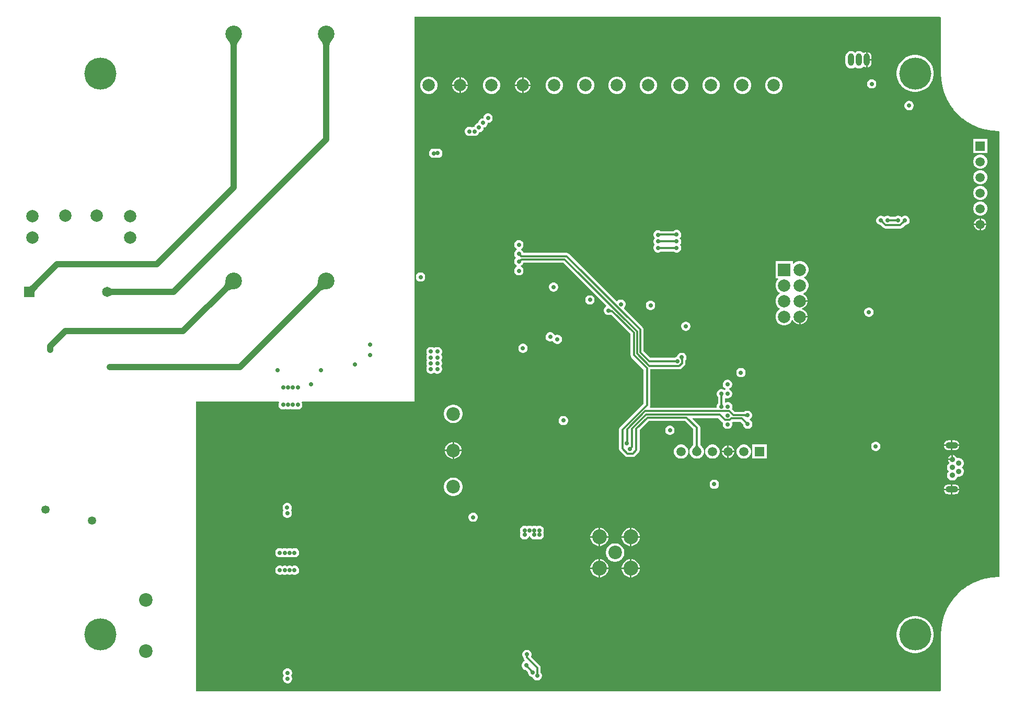
<source format=gbl>
G04*
G04 #@! TF.GenerationSoftware,Altium Limited,Altium Designer,21.8.1 (53)*
G04*
G04 Layer_Physical_Order=4*
G04 Layer_Color=16711680*
%FSLAX25Y25*%
%MOIN*%
G70*
G04*
G04 #@! TF.SameCoordinates,3454F2FE-2F19-4CCB-A9DF-A7C270953791*
G04*
G04*
G04 #@! TF.FilePolarity,Positive*
G04*
G01*
G75*
%ADD18C,0.01181*%
%ADD49R,0.05906X0.05906*%
%ADD131R,0.06500X0.06500*%
%ADD132C,0.06500*%
%ADD133C,0.05300*%
%ADD138C,0.03937*%
%ADD146C,0.03543*%
%ADD147O,0.07874X0.04331*%
%ADD148C,0.05906*%
%ADD149C,0.07874*%
%ADD150R,0.07874X0.07874*%
%ADD151O,0.03937X0.07874*%
%ADD152C,0.08661*%
%ADD153C,0.09449*%
%ADD154C,0.20472*%
%ADD155C,0.10630*%
%ADD156R,0.05906X0.05906*%
%ADD157C,0.02756*%
G36*
X147581Y379218D02*
X147283Y378848D01*
X147020Y378460D01*
X146792Y378053D01*
X146599Y377629D01*
X146442Y377187D01*
X146319Y376727D01*
X146232Y376250D01*
X146179Y375754D01*
X146161Y375240D01*
X142225D01*
X142207Y375754D01*
X142154Y376250D01*
X142067Y376727D01*
X141944Y377187D01*
X141787Y377629D01*
X141594Y378053D01*
X141366Y378460D01*
X141103Y378848D01*
X140805Y379218D01*
X140472Y379571D01*
X147914D01*
X147581Y379218D01*
D02*
G37*
G36*
X88525D02*
X88228Y378848D01*
X87965Y378460D01*
X87737Y378053D01*
X87544Y377629D01*
X87387Y377187D01*
X87264Y376727D01*
X87176Y376250D01*
X87124Y375754D01*
X87106Y375240D01*
X83169D01*
X83152Y375754D01*
X83099Y376250D01*
X83012Y376727D01*
X82889Y377187D01*
X82731Y377629D01*
X82539Y378053D01*
X82311Y378460D01*
X82048Y378848D01*
X81750Y379218D01*
X81417Y379571D01*
X88858D01*
X88525Y379218D01*
D02*
G37*
G36*
X-39061Y222037D02*
X-39841Y221229D01*
X-41069Y219780D01*
X-41515Y219139D01*
X-41850Y218554D01*
X-42074Y218025D01*
X-42187Y217553D01*
X-42188Y217136D01*
X-42078Y216775D01*
X-41856Y216469D01*
X-47412Y222025D01*
X-47107Y221804D01*
X-46746Y221693D01*
X-46329Y221695D01*
X-45856Y221807D01*
X-45327Y222031D01*
X-44743Y222366D01*
X-44102Y222813D01*
X-43405Y223371D01*
X-41844Y224821D01*
X-39061Y222037D01*
D02*
G37*
G36*
X144140Y220571D02*
X143655Y220557D01*
X143183Y220506D01*
X142722Y220417D01*
X142274Y220291D01*
X141838Y220128D01*
X141414Y219927D01*
X141002Y219688D01*
X140602Y219412D01*
X140215Y219099D01*
X139839Y218748D01*
X137055Y221532D01*
X137406Y221907D01*
X137719Y222295D01*
X137995Y222695D01*
X138234Y223107D01*
X138435Y223531D01*
X138598Y223967D01*
X138725Y224415D01*
X138813Y224876D01*
X138865Y225348D01*
X138878Y225833D01*
X144140Y220571D01*
D02*
G37*
G36*
X85085D02*
X84600Y220557D01*
X84128Y220506D01*
X83667Y220417D01*
X83219Y220291D01*
X82783Y220128D01*
X82359Y219927D01*
X81947Y219688D01*
X81547Y219412D01*
X81159Y219099D01*
X80784Y218748D01*
X78000Y221532D01*
X78351Y221907D01*
X78664Y222295D01*
X78940Y222695D01*
X79179Y223107D01*
X79380Y223531D01*
X79543Y223967D01*
X79669Y224415D01*
X79758Y224876D01*
X79809Y225348D01*
X79823Y225833D01*
X85085Y220571D01*
D02*
G37*
G36*
X6925Y221016D02*
X7033Y220964D01*
X7174Y220918D01*
X7347Y220878D01*
X7553Y220844D01*
X8060Y220795D01*
X8697Y220771D01*
X9064Y220768D01*
Y216831D01*
X8697Y216828D01*
X7553Y216754D01*
X7347Y216720D01*
X7174Y216681D01*
X7033Y216634D01*
X6925Y216582D01*
X6849Y216524D01*
Y221074D01*
X6925Y221016D01*
D02*
G37*
G36*
X535577Y394331D02*
X535714Y394283D01*
X535836Y394206D01*
X535938Y394104D01*
X536015Y393981D01*
X536063Y393844D01*
X536092Y393588D01*
Y358268D01*
X536103Y358212D01*
X536095Y358155D01*
X536313Y354266D01*
X536342Y354156D01*
X536339Y354042D01*
X536991Y350202D01*
X537032Y350096D01*
X537041Y349983D01*
X538120Y346240D01*
X538172Y346139D01*
X538194Y346027D01*
X539684Y342428D01*
X539748Y342334D01*
X539782Y342226D01*
X541666Y338816D01*
X541740Y338729D01*
X541786Y338626D01*
X544040Y335449D01*
X544123Y335371D01*
X544180Y335273D01*
X546776Y332368D01*
X546867Y332300D01*
X546935Y332209D01*
X549840Y329614D01*
X549938Y329556D01*
X550016Y329473D01*
X553193Y327219D01*
X553297Y327173D01*
X553383Y327099D01*
X556792Y325215D01*
X556901Y325181D01*
X556995Y325117D01*
X560594Y323627D01*
X560706Y323604D01*
X560807Y323552D01*
X564550Y322474D01*
X564663Y322465D01*
X564769Y322424D01*
X568609Y321772D01*
X568723Y321775D01*
X568833Y321746D01*
X572666Y321531D01*
X572978Y321496D01*
X573115Y321448D01*
X573238Y321371D01*
X573340Y321269D01*
X573417Y321146D01*
X573464Y321010D01*
X573493Y320753D01*
Y37514D01*
X573464Y37258D01*
X573417Y37121D01*
X573340Y36999D01*
X573238Y36896D01*
X573115Y36819D01*
X572978Y36772D01*
X572666Y36737D01*
X568833Y36521D01*
X568723Y36493D01*
X568609Y36496D01*
X564769Y35844D01*
X564663Y35803D01*
X564549Y35793D01*
X560807Y34715D01*
X560706Y34663D01*
X560594Y34641D01*
X556995Y33150D01*
X556901Y33087D01*
X556792Y33052D01*
X553383Y31168D01*
X553297Y31095D01*
X553193Y31049D01*
X550016Y28794D01*
X549938Y28712D01*
X549840Y28654D01*
X546935Y26058D01*
X546867Y25968D01*
X546776Y25899D01*
X544180Y22995D01*
X544123Y22897D01*
X544040Y22819D01*
X541786Y19642D01*
X541740Y19538D01*
X541666Y19451D01*
X539782Y16042D01*
X539748Y15934D01*
X539684Y15839D01*
X538194Y12240D01*
X538172Y12129D01*
X538120Y12028D01*
X537041Y8285D01*
X537032Y8172D01*
X536991Y8066D01*
X536339Y4225D01*
X536342Y4112D01*
X536313Y4002D01*
X536095Y112D01*
X536103Y56D01*
X536092Y0D01*
Y-35321D01*
X536063Y-35577D01*
X536015Y-35713D01*
X535938Y-35836D01*
X535836Y-35939D01*
X535714Y-36015D01*
X535577Y-36063D01*
X535320Y-36092D01*
X61238D01*
Y148668D01*
X113833D01*
X114121Y148168D01*
X113932Y147839D01*
X113730Y147088D01*
Y146311D01*
X113932Y145560D01*
X114320Y144886D01*
X114870Y144337D01*
X115543Y143948D01*
X116295Y143747D01*
X117072D01*
X117823Y143948D01*
X118233Y144185D01*
X118643Y143948D01*
X119395Y143747D01*
X120172D01*
X120923Y143948D01*
X121333Y144185D01*
X121744Y143948D01*
X122494Y143747D01*
X123272D01*
X124023Y143948D01*
X124433Y144185D01*
X124844Y143948D01*
X125594Y143747D01*
X126372D01*
X127123Y143948D01*
X127796Y144337D01*
X128346Y144886D01*
X128735Y145560D01*
X128936Y146311D01*
Y147088D01*
X128735Y147839D01*
X128545Y148168D01*
X128834Y148668D01*
X200338D01*
Y394359D01*
X535320Y394359D01*
X535577Y394331D01*
D02*
G37*
%LPC*%
G36*
X483838Y372525D02*
X482913Y372403D01*
X482051Y372046D01*
X481338Y371499D01*
X480625Y372046D01*
X479763Y372403D01*
X478838Y372525D01*
X477913Y372403D01*
X477051Y372046D01*
X476311Y371478D01*
X475743Y370738D01*
X475386Y369876D01*
X475264Y368951D01*
Y365014D01*
X475386Y364089D01*
X475743Y363227D01*
X476311Y362487D01*
X477051Y361919D01*
X477913Y361562D01*
X478838Y361440D01*
X479763Y361562D01*
X480625Y361919D01*
X481338Y362466D01*
X482051Y361919D01*
X482913Y361562D01*
X483838Y361440D01*
X484763Y361562D01*
X485625Y361919D01*
X486365Y362487D01*
X486399Y362531D01*
X487091Y362613D01*
X487341Y362421D01*
X488063Y362122D01*
X488338Y362086D01*
Y366983D01*
Y371880D01*
X488063Y371843D01*
X487341Y371544D01*
X487091Y371353D01*
X486399Y371434D01*
X486365Y371478D01*
X485625Y372046D01*
X484763Y372403D01*
X483838Y372525D01*
D02*
G37*
G36*
X489338Y371880D02*
Y367483D01*
X491832D01*
Y368951D01*
X491730Y369726D01*
X491431Y370448D01*
X490955Y371068D01*
X490335Y371544D01*
X489613Y371843D01*
X489338Y371880D01*
D02*
G37*
G36*
X491832Y366483D02*
X489338D01*
Y362086D01*
X489613Y362122D01*
X490335Y362421D01*
X490955Y362897D01*
X491431Y363517D01*
X491730Y364239D01*
X491832Y365014D01*
Y366483D01*
D02*
G37*
G36*
X230175Y355656D02*
X230025D01*
Y351219D01*
X234462D01*
Y351369D01*
X234125Y352625D01*
X233475Y353751D01*
X232556Y354670D01*
X231430Y355320D01*
X230175Y355656D01*
D02*
G37*
G36*
X229025D02*
X228875D01*
X227619Y355320D01*
X226493Y354670D01*
X225574Y353751D01*
X224924Y352625D01*
X224588Y351369D01*
Y351219D01*
X229025D01*
Y355656D01*
D02*
G37*
G36*
X270175Y355655D02*
X270025D01*
Y351218D01*
X274462D01*
Y351368D01*
X274125Y352623D01*
X273475Y353749D01*
X272556Y354668D01*
X271430Y355318D01*
X270175Y355655D01*
D02*
G37*
G36*
X269025D02*
X268875D01*
X267619Y355318D01*
X266493Y354668D01*
X265574Y353749D01*
X264924Y352623D01*
X264588Y351368D01*
Y351218D01*
X269025D01*
Y355655D01*
D02*
G37*
G36*
X492389Y354553D02*
X491611D01*
X490860Y354351D01*
X490187Y353963D01*
X489637Y353413D01*
X489249Y352740D01*
X489047Y351989D01*
Y351211D01*
X489249Y350460D01*
X489637Y349787D01*
X490187Y349237D01*
X490860Y348849D01*
X491611Y348647D01*
X492389D01*
X493140Y348849D01*
X493813Y349237D01*
X494363Y349787D01*
X494752Y350460D01*
X494953Y351211D01*
Y351989D01*
X494752Y352740D01*
X494363Y353413D01*
X493813Y353963D01*
X493140Y354351D01*
X492389Y354553D01*
D02*
G37*
G36*
X520614Y370079D02*
X518755D01*
X516919Y369788D01*
X515151Y369213D01*
X513495Y368369D01*
X511991Y367277D01*
X510676Y365962D01*
X509583Y364458D01*
X508739Y362802D01*
X508165Y361033D01*
X507874Y359197D01*
Y357338D01*
X508165Y355502D01*
X508739Y353734D01*
X509583Y352077D01*
X510676Y350573D01*
X511991Y349259D01*
X513495Y348166D01*
X515151Y347322D01*
X516919Y346747D01*
X518755Y346457D01*
X520614D01*
X522451Y346747D01*
X524219Y347322D01*
X525875Y348166D01*
X527379Y349259D01*
X528694Y350573D01*
X529787Y352077D01*
X530631Y353734D01*
X531205Y355502D01*
X531496Y357338D01*
Y359197D01*
X531205Y361033D01*
X530631Y362802D01*
X529787Y364458D01*
X528694Y365962D01*
X527379Y367277D01*
X525875Y368369D01*
X524219Y369213D01*
X522451Y369788D01*
X520614Y370079D01*
D02*
G37*
G36*
X234462Y350219D02*
X230025D01*
Y345782D01*
X230175D01*
X231430Y346119D01*
X232556Y346769D01*
X233475Y347688D01*
X234125Y348814D01*
X234462Y350069D01*
Y350219D01*
D02*
G37*
G36*
X229025D02*
X224588D01*
Y350069D01*
X224924Y348814D01*
X225574Y347688D01*
X226493Y346769D01*
X227619Y346119D01*
X228875Y345782D01*
X229025D01*
Y350219D01*
D02*
G37*
G36*
X274462Y350218D02*
X270025D01*
Y345781D01*
X270175D01*
X271430Y346117D01*
X272556Y346767D01*
X273475Y347686D01*
X274125Y348812D01*
X274462Y350068D01*
Y350218D01*
D02*
G37*
G36*
X269025D02*
X264588D01*
Y350068D01*
X264924Y348812D01*
X265574Y347686D01*
X266493Y346767D01*
X267619Y346117D01*
X268875Y345781D01*
X269025D01*
Y350218D01*
D02*
G37*
G36*
X210250Y356231D02*
X208799D01*
X207397Y355856D01*
X206140Y355130D01*
X205114Y354104D01*
X204389Y352847D01*
X204013Y351445D01*
Y349994D01*
X204389Y348592D01*
X205114Y347335D01*
X206140Y346309D01*
X207397Y345583D01*
X208799Y345208D01*
X210250D01*
X211652Y345583D01*
X212909Y346309D01*
X213935Y347335D01*
X214661Y348592D01*
X215037Y349994D01*
Y351445D01*
X214661Y352847D01*
X213935Y354104D01*
X212909Y355130D01*
X211652Y355856D01*
X210250Y356231D01*
D02*
G37*
G36*
X430276Y356229D02*
X428824D01*
X427423Y355854D01*
X426166Y355128D01*
X425140Y354102D01*
X424414Y352845D01*
X424038Y351443D01*
Y349992D01*
X424414Y348590D01*
X425140Y347333D01*
X426166Y346307D01*
X427423Y345581D01*
X428824Y345206D01*
X430276D01*
X431677Y345581D01*
X432934Y346307D01*
X433960Y347333D01*
X434686Y348590D01*
X435062Y349992D01*
Y351443D01*
X434686Y352845D01*
X433960Y354102D01*
X432934Y355128D01*
X431677Y355854D01*
X430276Y356229D01*
D02*
G37*
G36*
X410276D02*
X408824D01*
X407422Y355854D01*
X406166Y355128D01*
X405139Y354102D01*
X404414Y352845D01*
X404038Y351443D01*
Y349992D01*
X404414Y348590D01*
X405139Y347333D01*
X406166Y346307D01*
X407422Y345581D01*
X408824Y345206D01*
X410276D01*
X411678Y345581D01*
X412934Y346307D01*
X413961Y347333D01*
X414686Y348590D01*
X415062Y349992D01*
Y351443D01*
X414686Y352845D01*
X413961Y354102D01*
X412934Y355128D01*
X411678Y355854D01*
X410276Y356229D01*
D02*
G37*
G36*
X390266D02*
X388815D01*
X387413Y355854D01*
X386156Y355128D01*
X385130Y354102D01*
X384404Y352845D01*
X384028Y351443D01*
Y349992D01*
X384404Y348590D01*
X385130Y347333D01*
X386156Y346307D01*
X387413Y345581D01*
X388815Y345206D01*
X390266D01*
X391668Y345581D01*
X392924Y346307D01*
X393951Y347333D01*
X394676Y348590D01*
X395052Y349992D01*
Y351443D01*
X394676Y352845D01*
X393951Y354102D01*
X392924Y355128D01*
X391668Y355854D01*
X390266Y356229D01*
D02*
G37*
G36*
X370266D02*
X368815D01*
X367413Y355854D01*
X366156Y355128D01*
X365130Y354102D01*
X364404Y352845D01*
X364028Y351443D01*
Y349992D01*
X364404Y348590D01*
X365130Y347333D01*
X366156Y346307D01*
X367413Y345581D01*
X368815Y345206D01*
X370266D01*
X371668Y345581D01*
X372924Y346307D01*
X373951Y347333D01*
X374676Y348590D01*
X375052Y349992D01*
Y351443D01*
X374676Y352845D01*
X373951Y354102D01*
X372924Y355128D01*
X371668Y355854D01*
X370266Y356229D01*
D02*
G37*
G36*
X350256D02*
X348805D01*
X347403Y355854D01*
X346146Y355128D01*
X345120Y354102D01*
X344394Y352845D01*
X344019Y351443D01*
Y349992D01*
X344394Y348590D01*
X345120Y347333D01*
X346146Y346307D01*
X347403Y345581D01*
X348805Y345206D01*
X350256D01*
X351658Y345581D01*
X352915Y346307D01*
X353941Y347333D01*
X354667Y348590D01*
X355042Y349992D01*
Y351443D01*
X354667Y352845D01*
X353941Y354102D01*
X352915Y355128D01*
X351658Y355854D01*
X350256Y356229D01*
D02*
G37*
G36*
X330256D02*
X328805D01*
X327403Y355854D01*
X326146Y355128D01*
X325120Y354102D01*
X324394Y352845D01*
X324019Y351443D01*
Y349992D01*
X324394Y348590D01*
X325120Y347333D01*
X326146Y346307D01*
X327403Y345581D01*
X328805Y345206D01*
X330256D01*
X331658Y345581D01*
X332915Y346307D01*
X333941Y347333D01*
X334667Y348590D01*
X335042Y349992D01*
Y351443D01*
X334667Y352845D01*
X333941Y354102D01*
X332915Y355128D01*
X331658Y355854D01*
X330256Y356229D01*
D02*
G37*
G36*
X310250D02*
X308799D01*
X307397Y355854D01*
X306140Y355128D01*
X305114Y354102D01*
X304389Y352845D01*
X304013Y351443D01*
Y349992D01*
X304389Y348590D01*
X305114Y347333D01*
X306140Y346307D01*
X307397Y345581D01*
X308799Y345206D01*
X310250D01*
X311652Y345581D01*
X312909Y346307D01*
X313935Y347333D01*
X314661Y348590D01*
X315037Y349992D01*
Y351443D01*
X314661Y352845D01*
X313935Y354102D01*
X312909Y355128D01*
X311652Y355854D01*
X310250Y356229D01*
D02*
G37*
G36*
X290250D02*
X288799D01*
X287397Y355854D01*
X286140Y355128D01*
X285114Y354102D01*
X284389Y352845D01*
X284013Y351443D01*
Y349992D01*
X284389Y348590D01*
X285114Y347333D01*
X286140Y346307D01*
X287397Y345581D01*
X288799Y345206D01*
X290250D01*
X291652Y345581D01*
X292909Y346307D01*
X293935Y347333D01*
X294661Y348590D01*
X295037Y349992D01*
Y351443D01*
X294661Y352845D01*
X293935Y354102D01*
X292909Y355128D01*
X291652Y355854D01*
X290250Y356229D01*
D02*
G37*
G36*
X250250D02*
X248799D01*
X247397Y355854D01*
X246141Y355128D01*
X245114Y354102D01*
X244389Y352845D01*
X244013Y351443D01*
Y349992D01*
X244389Y348590D01*
X245114Y347333D01*
X246141Y346307D01*
X247397Y345581D01*
X248799Y345206D01*
X250250D01*
X251652Y345581D01*
X252909Y346307D01*
X253935Y347333D01*
X254661Y348590D01*
X255037Y349992D01*
Y351443D01*
X254661Y352845D01*
X253935Y354102D01*
X252909Y355128D01*
X251652Y355854D01*
X250250Y356229D01*
D02*
G37*
G36*
X516215Y340664D02*
X515437D01*
X514686Y340463D01*
X514013Y340074D01*
X513463Y339525D01*
X513074Y338851D01*
X512873Y338100D01*
Y337323D01*
X513074Y336572D01*
X513463Y335898D01*
X514013Y335349D01*
X514686Y334960D01*
X515437Y334759D01*
X516215D01*
X516966Y334960D01*
X517639Y335349D01*
X518189Y335898D01*
X518578Y336572D01*
X518779Y337323D01*
Y338100D01*
X518578Y338851D01*
X518189Y339525D01*
X517639Y340074D01*
X516966Y340463D01*
X516215Y340664D01*
D02*
G37*
G36*
X247689Y332653D02*
X246911D01*
X246160Y332452D01*
X245487Y332063D01*
X244937Y331513D01*
X244549Y330840D01*
X244347Y330089D01*
Y329626D01*
X243772D01*
X243021Y329424D01*
X242348Y329036D01*
X241798Y328486D01*
X241410Y327813D01*
X241208Y327062D01*
Y326652D01*
X240460Y326451D01*
X239787Y326063D01*
X239237Y325513D01*
X238848Y324840D01*
X238694Y324262D01*
X238409D01*
X237658Y324061D01*
X237167Y323777D01*
X236676Y324061D01*
X235925Y324262D01*
X235147D01*
X234396Y324061D01*
X233723Y323672D01*
X233173Y323122D01*
X232784Y322449D01*
X232583Y321698D01*
Y320920D01*
X232784Y320169D01*
X233173Y319496D01*
X233723Y318946D01*
X234396Y318558D01*
X235147Y318356D01*
X235925D01*
X236676Y318558D01*
X237167Y318841D01*
X237658Y318558D01*
X238409Y318356D01*
X239186D01*
X239937Y318558D01*
X240610Y318946D01*
X241160Y319496D01*
X241549Y320169D01*
X241704Y320747D01*
X241989D01*
X242740Y320949D01*
X243413Y321337D01*
X243963Y321887D01*
X244352Y322560D01*
X244553Y323311D01*
Y323721D01*
X245301Y323921D01*
X245974Y324310D01*
X246524Y324860D01*
X246913Y325533D01*
X247114Y326284D01*
Y326747D01*
X247689D01*
X248440Y326948D01*
X249113Y327337D01*
X249663Y327887D01*
X250051Y328560D01*
X250253Y329311D01*
Y330089D01*
X250051Y330840D01*
X249663Y331513D01*
X249113Y332063D01*
X248440Y332452D01*
X247689Y332653D01*
D02*
G37*
G36*
X215669Y310270D02*
X214892D01*
X214141Y310069D01*
X213975Y309973D01*
X213840Y310051D01*
X213089Y310253D01*
X212311D01*
X211560Y310051D01*
X210887Y309663D01*
X210337Y309113D01*
X209948Y308440D01*
X209747Y307689D01*
Y306911D01*
X209948Y306160D01*
X210337Y305487D01*
X210887Y304937D01*
X211560Y304549D01*
X212311Y304347D01*
X213089D01*
X213840Y304549D01*
X214005Y304644D01*
X214141Y304566D01*
X214892Y304365D01*
X215669D01*
X216421Y304566D01*
X217094Y304955D01*
X217644Y305504D01*
X218032Y306178D01*
X218234Y306929D01*
Y307706D01*
X218032Y308457D01*
X217644Y309130D01*
X217094Y309680D01*
X216421Y310069D01*
X215669Y310270D01*
D02*
G37*
G36*
X565765Y316477D02*
X556710D01*
Y307422D01*
X565765D01*
Y316477D01*
D02*
G37*
G36*
X561834Y306477D02*
X560642D01*
X559490Y306169D01*
X558458Y305573D01*
X557615Y304730D01*
X557019Y303697D01*
X556710Y302546D01*
Y301354D01*
X557019Y300202D01*
X557615Y299170D01*
X558458Y298327D01*
X559490Y297731D01*
X560642Y297422D01*
X561834D01*
X562985Y297731D01*
X564018Y298327D01*
X564861Y299170D01*
X565457Y300202D01*
X565765Y301354D01*
Y302546D01*
X565457Y303697D01*
X564861Y304730D01*
X564018Y305573D01*
X562985Y306169D01*
X561834Y306477D01*
D02*
G37*
G36*
Y296477D02*
X560642D01*
X559490Y296169D01*
X558458Y295572D01*
X557615Y294730D01*
X557019Y293697D01*
X556710Y292546D01*
Y291354D01*
X557019Y290202D01*
X557615Y289170D01*
X558458Y288327D01*
X559490Y287731D01*
X560642Y287422D01*
X561834D01*
X562985Y287731D01*
X564018Y288327D01*
X564861Y289170D01*
X565457Y290202D01*
X565765Y291354D01*
Y292546D01*
X565457Y293697D01*
X564861Y294730D01*
X564018Y295572D01*
X562985Y296169D01*
X561834Y296477D01*
D02*
G37*
G36*
Y286477D02*
X560642D01*
X559490Y286169D01*
X558458Y285573D01*
X557615Y284730D01*
X557019Y283697D01*
X556710Y282546D01*
Y281353D01*
X557019Y280202D01*
X557615Y279170D01*
X558458Y278327D01*
X559490Y277731D01*
X560642Y277422D01*
X561834D01*
X562985Y277731D01*
X564018Y278327D01*
X564861Y279170D01*
X565457Y280202D01*
X565765Y281353D01*
Y282546D01*
X565457Y283697D01*
X564861Y284730D01*
X564018Y285573D01*
X562985Y286169D01*
X561834Y286477D01*
D02*
G37*
G36*
Y276477D02*
X560642D01*
X559490Y276169D01*
X558458Y275572D01*
X557615Y274730D01*
X557019Y273697D01*
X556710Y272546D01*
Y271354D01*
X557019Y270202D01*
X557615Y269170D01*
X558458Y268327D01*
X559490Y267731D01*
X560642Y267422D01*
X561834D01*
X562985Y267731D01*
X564018Y268327D01*
X564861Y269170D01*
X565457Y270202D01*
X565765Y271354D01*
Y272546D01*
X565457Y273697D01*
X564861Y274730D01*
X564018Y275572D01*
X562985Y276169D01*
X561834Y276477D01*
D02*
G37*
G36*
X513636Y267402D02*
X512859D01*
X512108Y267201D01*
X511434Y266812D01*
X511071Y266449D01*
X510707Y266812D01*
X510034Y267201D01*
X509282Y267402D01*
X508505D01*
X507754Y267201D01*
X507081Y266812D01*
X506928Y266659D01*
X506924Y266657D01*
X504007D01*
X504004Y266659D01*
X503851Y266812D01*
X503178Y267201D01*
X502427Y267402D01*
X501649D01*
X500898Y267201D01*
X500225Y266812D01*
X499964Y266552D01*
X499703Y266812D01*
X499030Y267201D01*
X498279Y267402D01*
X497502D01*
X496750Y267201D01*
X496077Y266812D01*
X495528Y266263D01*
X495139Y265589D01*
X494938Y264838D01*
Y264061D01*
X495139Y263310D01*
X495528Y262636D01*
X496077Y262087D01*
X496750Y261698D01*
X497502Y261497D01*
X497718D01*
X497722Y261496D01*
X499379Y259839D01*
X500095Y259360D01*
X500940Y259192D01*
X510198D01*
X511043Y259360D01*
X511759Y259839D01*
X513416Y261496D01*
X513420Y261497D01*
X513636D01*
X514387Y261698D01*
X515060Y262087D01*
X515610Y262636D01*
X515999Y263310D01*
X516200Y264061D01*
Y264838D01*
X515999Y265589D01*
X515610Y266263D01*
X515060Y266812D01*
X514387Y267201D01*
X513636Y267402D01*
D02*
G37*
G36*
X561758Y265902D02*
X561738D01*
Y262450D01*
X565191D01*
Y262470D01*
X564921Y263475D01*
X564401Y264377D01*
X563665Y265113D01*
X562764Y265633D01*
X561758Y265902D01*
D02*
G37*
G36*
X560738D02*
X560717D01*
X559712Y265633D01*
X558811Y265113D01*
X558075Y264377D01*
X557554Y263475D01*
X557285Y262470D01*
Y262450D01*
X560738D01*
Y265902D01*
D02*
G37*
G36*
X565191Y261450D02*
X561738D01*
Y257997D01*
X561758D01*
X562764Y258266D01*
X563665Y258787D01*
X564401Y259523D01*
X564921Y260424D01*
X565191Y261429D01*
Y261450D01*
D02*
G37*
G36*
X560738D02*
X557285D01*
Y261429D01*
X557554Y260424D01*
X558075Y259523D01*
X558811Y258787D01*
X559712Y258266D01*
X560717Y257997D01*
X560738D01*
Y261450D01*
D02*
G37*
G36*
X367977Y258396D02*
X367200D01*
X366449Y258195D01*
X365775Y257806D01*
X365524Y257554D01*
X357599D01*
X357591Y257558D01*
X357586Y257560D01*
X357534Y257612D01*
X356861Y258001D01*
X356110Y258202D01*
X355332D01*
X354581Y258001D01*
X353908Y257612D01*
X353358Y257063D01*
X352970Y256389D01*
X352768Y255638D01*
Y254861D01*
X352970Y254110D01*
X353358Y253436D01*
X353620Y253175D01*
X353358Y252913D01*
X352970Y252240D01*
X352768Y251489D01*
Y250711D01*
X352970Y249960D01*
X353358Y249287D01*
X353671Y248975D01*
X353358Y248663D01*
X352970Y247989D01*
X352768Y247238D01*
Y246461D01*
X352970Y245710D01*
X353358Y245037D01*
X353908Y244487D01*
X354581Y244098D01*
X355332Y243897D01*
X356110D01*
X356861Y244098D01*
X357534Y244487D01*
X357687Y244640D01*
X357690Y244642D01*
X365619D01*
X365622Y244640D01*
X365775Y244487D01*
X366449Y244098D01*
X367200Y243897D01*
X367977D01*
X368728Y244098D01*
X369402Y244487D01*
X369951Y245037D01*
X370340Y245710D01*
X370541Y246461D01*
Y247238D01*
X370340Y247989D01*
X369951Y248663D01*
X369639Y248975D01*
X369951Y249287D01*
X370340Y249960D01*
X370541Y250711D01*
Y251489D01*
X370340Y252240D01*
X369951Y252913D01*
X369593Y253272D01*
X369951Y253631D01*
X370340Y254304D01*
X370541Y255055D01*
Y255832D01*
X370340Y256583D01*
X369951Y257257D01*
X369402Y257806D01*
X368728Y258195D01*
X367977Y258396D01*
D02*
G37*
G36*
X446864Y238461D02*
X445412D01*
X444010Y238086D01*
X442754Y237360D01*
X442150Y236756D01*
X441650Y236963D01*
Y238461D01*
X430626D01*
Y227438D01*
X432124D01*
X432331Y226938D01*
X431727Y226334D01*
X431002Y225077D01*
X430626Y223675D01*
Y222224D01*
X431002Y220822D01*
X431727Y219565D01*
X432754Y218539D01*
X433342Y218199D01*
Y217700D01*
X432754Y217360D01*
X431727Y216334D01*
X431002Y215077D01*
X430626Y213675D01*
Y212224D01*
X431002Y210822D01*
X431727Y209565D01*
X432754Y208539D01*
X433342Y208200D01*
Y207699D01*
X432754Y207360D01*
X431727Y206334D01*
X431002Y205077D01*
X430626Y203675D01*
Y202224D01*
X431002Y200822D01*
X431727Y199565D01*
X432754Y198539D01*
X434010Y197813D01*
X435412Y197438D01*
X436864D01*
X438265Y197813D01*
X439522Y198539D01*
X440548Y199565D01*
X441181Y200661D01*
X441651Y200709D01*
X441747Y200680D01*
X442187Y199918D01*
X443107Y198999D01*
X444232Y198349D01*
X445488Y198012D01*
X445638D01*
Y202950D01*
X446138D01*
Y203450D01*
X451075D01*
Y203600D01*
X450738Y204855D01*
X450089Y205981D01*
X449169Y206900D01*
X448043Y207550D01*
X447519Y207691D01*
Y208208D01*
X448043Y208349D01*
X449169Y208999D01*
X450089Y209918D01*
X450738Y211044D01*
X451075Y212299D01*
Y212450D01*
X446138D01*
Y213450D01*
X451075D01*
Y213599D01*
X450738Y214855D01*
X450089Y215981D01*
X449169Y216900D01*
X448407Y217340D01*
X448378Y217437D01*
X448426Y217906D01*
X449522Y218539D01*
X450548Y219565D01*
X451274Y220822D01*
X451650Y222224D01*
Y223675D01*
X451274Y225077D01*
X450548Y226334D01*
X449522Y227360D01*
X448934Y227699D01*
Y228200D01*
X449522Y228539D01*
X450548Y229565D01*
X451274Y230822D01*
X451650Y232224D01*
Y233675D01*
X451274Y235077D01*
X450548Y236334D01*
X449522Y237360D01*
X448265Y238086D01*
X446864Y238461D01*
D02*
G37*
G36*
X204689Y231253D02*
X203911D01*
X203160Y231051D01*
X202487Y230663D01*
X201937Y230113D01*
X201549Y229440D01*
X201347Y228689D01*
Y227911D01*
X201549Y227160D01*
X201937Y226487D01*
X202487Y225937D01*
X203160Y225549D01*
X203911Y225347D01*
X204689D01*
X205440Y225549D01*
X206113Y225937D01*
X206663Y226487D01*
X207051Y227160D01*
X207253Y227911D01*
Y228689D01*
X207051Y229440D01*
X206663Y230113D01*
X206113Y230663D01*
X205440Y231051D01*
X204689Y231253D01*
D02*
G37*
G36*
X289489Y224853D02*
X288711D01*
X287960Y224652D01*
X287287Y224263D01*
X286737Y223713D01*
X286349Y223040D01*
X286147Y222289D01*
Y221511D01*
X286349Y220760D01*
X286737Y220087D01*
X287287Y219537D01*
X287960Y219148D01*
X288711Y218947D01*
X289489D01*
X290240Y219148D01*
X290913Y219537D01*
X291463Y220087D01*
X291851Y220760D01*
X292053Y221511D01*
Y222289D01*
X291851Y223040D01*
X291463Y223713D01*
X290913Y224263D01*
X290240Y224652D01*
X289489Y224853D01*
D02*
G37*
G36*
X312689Y216639D02*
X311911D01*
X311160Y216438D01*
X310487Y216049D01*
X309937Y215500D01*
X309548Y214826D01*
X309347Y214075D01*
Y213298D01*
X309548Y212547D01*
X309937Y211874D01*
X310487Y211324D01*
X311160Y210935D01*
X311911Y210734D01*
X312689D01*
X313440Y210935D01*
X314113Y211324D01*
X314663Y211874D01*
X315052Y212547D01*
X315253Y213298D01*
Y214075D01*
X315052Y214826D01*
X314663Y215500D01*
X314113Y216049D01*
X313440Y216438D01*
X312689Y216639D01*
D02*
G37*
G36*
X351343Y213202D02*
X350566D01*
X349815Y213001D01*
X349141Y212612D01*
X348592Y212063D01*
X348203Y211389D01*
X348002Y210638D01*
Y209861D01*
X348203Y209110D01*
X348592Y208436D01*
X349141Y207887D01*
X349815Y207498D01*
X350566Y207297D01*
X351343D01*
X352094Y207498D01*
X352767Y207887D01*
X353317Y208436D01*
X353706Y209110D01*
X353907Y209861D01*
Y210638D01*
X353706Y211389D01*
X353317Y212063D01*
X352767Y212612D01*
X352094Y213001D01*
X351343Y213202D01*
D02*
G37*
G36*
X490627Y208802D02*
X489850D01*
X489099Y208601D01*
X488425Y208212D01*
X487876Y207662D01*
X487487Y206989D01*
X487286Y206238D01*
Y205460D01*
X487487Y204710D01*
X487876Y204036D01*
X488425Y203486D01*
X489099Y203098D01*
X489850Y202896D01*
X490627D01*
X491378Y203098D01*
X492051Y203486D01*
X492601Y204036D01*
X492990Y204710D01*
X493191Y205460D01*
Y206238D01*
X492990Y206989D01*
X492601Y207662D01*
X492051Y208212D01*
X491378Y208601D01*
X490627Y208802D01*
D02*
G37*
G36*
X451075Y202449D02*
X446638D01*
Y198012D01*
X446788D01*
X448043Y198349D01*
X449169Y198999D01*
X450089Y199918D01*
X450738Y201044D01*
X451075Y202299D01*
Y202449D01*
D02*
G37*
G36*
X373827Y199802D02*
X373049D01*
X372298Y199601D01*
X371625Y199212D01*
X371075Y198663D01*
X370686Y197989D01*
X370485Y197238D01*
Y196461D01*
X370686Y195710D01*
X371075Y195036D01*
X371625Y194487D01*
X372298Y194098D01*
X373049Y193897D01*
X373827D01*
X374578Y194098D01*
X375251Y194487D01*
X375801Y195036D01*
X376189Y195710D01*
X376391Y196461D01*
Y197238D01*
X376189Y197989D01*
X375801Y198663D01*
X375251Y199212D01*
X374578Y199601D01*
X373827Y199802D01*
D02*
G37*
G36*
X287389Y193053D02*
X286611D01*
X285860Y192851D01*
X285187Y192463D01*
X284637Y191913D01*
X284248Y191240D01*
X284047Y190489D01*
Y189711D01*
X284248Y188960D01*
X284637Y188287D01*
X285187Y187737D01*
X285860Y187348D01*
X286611Y187147D01*
X287389D01*
X288140Y187348D01*
X288315Y187450D01*
X288901Y187211D01*
X289175Y186737D01*
X289725Y186187D01*
X290398Y185798D01*
X291149Y185597D01*
X291927D01*
X292678Y185798D01*
X293351Y186187D01*
X293901Y186737D01*
X294289Y187410D01*
X294491Y188161D01*
Y188938D01*
X294289Y189689D01*
X293901Y190363D01*
X293351Y190912D01*
X292678Y191301D01*
X291927Y191502D01*
X291149D01*
X290398Y191301D01*
X290223Y191200D01*
X289637Y191439D01*
X289363Y191913D01*
X288813Y192463D01*
X288140Y192851D01*
X287389Y193053D01*
D02*
G37*
G36*
X215443Y183642D02*
X214666D01*
X213915Y183440D01*
X213242Y183052D01*
X213000Y182810D01*
X212758Y183052D01*
X212085Y183440D01*
X211334Y183642D01*
X210557D01*
X209806Y183440D01*
X209132Y183052D01*
X208583Y182502D01*
X208194Y181829D01*
X207993Y181078D01*
Y180300D01*
X208194Y179549D01*
X208583Y178876D01*
X208633Y178826D01*
X208583Y178776D01*
X208194Y178103D01*
X207993Y177352D01*
Y176574D01*
X208194Y175823D01*
X208583Y175150D01*
X208633Y175100D01*
X208583Y175050D01*
X208194Y174377D01*
X207993Y173626D01*
Y172848D01*
X208194Y172097D01*
X208583Y171424D01*
X208633Y171374D01*
X208583Y171324D01*
X208194Y170651D01*
X207993Y169900D01*
Y169122D01*
X208194Y168371D01*
X208583Y167698D01*
X209132Y167148D01*
X209806Y166760D01*
X210557Y166558D01*
X211334D01*
X212085Y166760D01*
X212758Y167148D01*
X213000Y167390D01*
X213242Y167148D01*
X213915Y166760D01*
X214666Y166558D01*
X215443D01*
X216194Y166760D01*
X216868Y167148D01*
X217417Y167698D01*
X217806Y168371D01*
X218007Y169122D01*
Y169900D01*
X217806Y170651D01*
X217417Y171324D01*
X217367Y171374D01*
X217417Y171424D01*
X217806Y172097D01*
X218007Y172848D01*
Y173626D01*
X217806Y174377D01*
X217417Y175050D01*
X217367Y175100D01*
X217417Y175150D01*
X217806Y175823D01*
X218007Y176574D01*
Y177352D01*
X217806Y178103D01*
X217417Y178776D01*
X217367Y178826D01*
X217417Y178876D01*
X217806Y179549D01*
X218007Y180300D01*
Y181078D01*
X217806Y181829D01*
X217417Y182502D01*
X216868Y183052D01*
X216194Y183440D01*
X215443Y183642D01*
D02*
G37*
G36*
X269989Y185753D02*
X269211D01*
X268460Y185552D01*
X267787Y185163D01*
X267237Y184613D01*
X266848Y183940D01*
X266647Y183189D01*
Y182411D01*
X266848Y181660D01*
X267237Y180987D01*
X267787Y180437D01*
X268460Y180049D01*
X269211Y179847D01*
X269989D01*
X270740Y180049D01*
X271413Y180437D01*
X271963Y180987D01*
X272352Y181660D01*
X272553Y182411D01*
Y183189D01*
X272352Y183940D01*
X271963Y184613D01*
X271413Y185163D01*
X270740Y185552D01*
X269989Y185753D01*
D02*
G37*
G36*
X408989Y170253D02*
X408211D01*
X407460Y170052D01*
X406787Y169663D01*
X406237Y169113D01*
X405849Y168440D01*
X405647Y167689D01*
Y166911D01*
X405849Y166160D01*
X406237Y165487D01*
X406787Y164937D01*
X407460Y164549D01*
X408211Y164347D01*
X408989D01*
X409740Y164549D01*
X410413Y164937D01*
X410963Y165487D01*
X411351Y166160D01*
X411553Y166911D01*
Y167689D01*
X411351Y168440D01*
X410963Y169113D01*
X410413Y169663D01*
X409740Y170052D01*
X408989Y170253D01*
D02*
G37*
G36*
X267389Y251858D02*
X266611D01*
X265860Y251657D01*
X265187Y251268D01*
X264637Y250718D01*
X264248Y250045D01*
X264047Y249294D01*
Y248517D01*
X264248Y247766D01*
X264637Y247092D01*
X265187Y246543D01*
X265630Y246287D01*
Y245718D01*
X265187Y245463D01*
X264637Y244913D01*
X264248Y244240D01*
X264047Y243489D01*
Y242711D01*
X264248Y241960D01*
X264637Y241287D01*
X264890Y241034D01*
X265157Y240700D01*
X264890Y240366D01*
X264637Y240113D01*
X264248Y239440D01*
X264047Y238689D01*
Y237911D01*
X264248Y237160D01*
X264637Y236487D01*
X265187Y235937D01*
X265836Y235563D01*
X265860Y235445D01*
Y235155D01*
X265836Y235037D01*
X265187Y234663D01*
X264637Y234113D01*
X264248Y233440D01*
X264047Y232689D01*
Y231911D01*
X264248Y231160D01*
X264637Y230487D01*
X265187Y229937D01*
X265860Y229549D01*
X266611Y229347D01*
X267389D01*
X268140Y229549D01*
X268813Y229937D01*
X269363Y230487D01*
X269752Y231160D01*
X269953Y231911D01*
Y232689D01*
X269752Y233440D01*
X269363Y234113D01*
X268813Y234663D01*
X268164Y235037D01*
X268140Y235155D01*
Y235445D01*
X268164Y235563D01*
X268813Y235937D01*
X269363Y236487D01*
X269752Y237160D01*
X269822Y237424D01*
X295353D01*
X322691Y210085D01*
X322609Y209460D01*
X322330Y209299D01*
X321781Y208749D01*
X321392Y208076D01*
X321191Y207325D01*
Y206547D01*
X321392Y205797D01*
X321781Y205123D01*
X322330Y204573D01*
X323004Y204185D01*
X323755Y203983D01*
X324532D01*
X325283Y204185D01*
X325563Y204346D01*
X325624Y204368D01*
X338194Y191798D01*
Y178514D01*
X338363Y177669D01*
X338841Y176953D01*
X346492Y169302D01*
Y147510D01*
X331467Y132485D01*
X330989Y131769D01*
X330821Y130924D01*
Y118772D01*
X330989Y117927D01*
X331467Y117210D01*
X334645Y114032D01*
X335362Y113554D01*
X336206Y113386D01*
X339694D01*
X340539Y113554D01*
X341255Y114032D01*
X343439Y116217D01*
X343918Y116933D01*
X344086Y117778D01*
Y130508D01*
X349912Y136334D01*
X372986D01*
X378230Y131089D01*
Y121458D01*
X378228Y121446D01*
X378204Y121369D01*
X378158Y121260D01*
X378086Y121123D01*
X377983Y120959D01*
X377861Y120790D01*
X377467Y120330D01*
X377224Y120082D01*
X377143Y119957D01*
X376815Y119630D01*
X376219Y118597D01*
X375910Y117446D01*
Y116253D01*
X376219Y115102D01*
X376815Y114070D01*
X377658Y113227D01*
X378690Y112631D01*
X379842Y112322D01*
X381034D01*
X382185Y112631D01*
X383218Y113227D01*
X384061Y114070D01*
X384657Y115102D01*
X384965Y116253D01*
Y117446D01*
X384657Y118597D01*
X384061Y119630D01*
X383745Y119945D01*
X383675Y120058D01*
X383183Y120581D01*
X383027Y120773D01*
X382892Y120959D01*
X382790Y121123D01*
X382718Y121260D01*
X382672Y121369D01*
X382648Y121446D01*
X382646Y121458D01*
Y132004D01*
X382478Y132849D01*
X381999Y133565D01*
X377724Y137841D01*
X377915Y138303D01*
X394175D01*
X396875Y135603D01*
X397253Y135350D01*
X397073Y134679D01*
Y133901D01*
X397274Y133150D01*
X397663Y132477D01*
X398213Y131927D01*
X398886Y131538D01*
X399637Y131337D01*
X400415D01*
X401166Y131538D01*
X401839Y131927D01*
X402389Y132477D01*
X402777Y133150D01*
X402979Y133901D01*
Y134679D01*
X402789Y135386D01*
X403113Y135603D01*
X403354Y135843D01*
X408322D01*
X409984Y134181D01*
X409985Y134177D01*
Y133961D01*
X410186Y133210D01*
X410575Y132536D01*
X411125Y131987D01*
X411798Y131598D01*
X412549Y131397D01*
X413327D01*
X414078Y131598D01*
X414751Y131987D01*
X415301Y132536D01*
X415689Y133210D01*
X415891Y133961D01*
Y134738D01*
X415689Y135489D01*
X415301Y136163D01*
X414751Y136712D01*
X414298Y136974D01*
X414280Y137540D01*
X414481Y137657D01*
X415031Y138206D01*
X415420Y138880D01*
X415621Y139631D01*
Y140408D01*
X415420Y141159D01*
X415031Y141832D01*
X414481Y142382D01*
X413808Y142771D01*
X413057Y142972D01*
X412279D01*
X411528Y142771D01*
X410855Y142382D01*
X410702Y142229D01*
X410699Y142227D01*
X404738D01*
X402831Y144135D01*
X402989Y144410D01*
X403191Y145161D01*
Y145938D01*
X402989Y146689D01*
X402601Y147363D01*
X402051Y147912D01*
X401378Y148301D01*
X400627Y148502D01*
X399849D01*
X399098Y148301D01*
X398898Y148186D01*
X398398Y148474D01*
Y150764D01*
X398831Y151014D01*
X398886Y150982D01*
X399637Y150781D01*
X400415D01*
X401166Y150982D01*
X401839Y151371D01*
X402389Y151921D01*
X402777Y152594D01*
X402979Y153345D01*
Y154122D01*
X402777Y154874D01*
X402389Y155547D01*
X401839Y156097D01*
X401187Y156473D01*
X401166Y156570D01*
Y156900D01*
X401187Y156997D01*
X401839Y157374D01*
X402389Y157924D01*
X402777Y158597D01*
X402979Y159348D01*
Y160126D01*
X402777Y160877D01*
X402389Y161550D01*
X401839Y162100D01*
X401166Y162488D01*
X400415Y162689D01*
X399637D01*
X398886Y162488D01*
X398213Y162100D01*
X397663Y161550D01*
X397274Y160877D01*
X397073Y160126D01*
Y159348D01*
X397274Y158597D01*
X397663Y157924D01*
X398213Y157374D01*
X398865Y156997D01*
X398886Y156900D01*
Y156570D01*
X398865Y156473D01*
X398213Y156097D01*
X398108Y155992D01*
X398003Y156097D01*
X397330Y156485D01*
X396579Y156687D01*
X395801D01*
X395050Y156485D01*
X394377Y156097D01*
X393827Y155547D01*
X393439Y154874D01*
X393237Y154122D01*
Y153345D01*
X393439Y152594D01*
X393827Y151921D01*
X393980Y151768D01*
X393982Y151765D01*
Y147519D01*
X393980Y147516D01*
X393827Y147363D01*
X393439Y146689D01*
X393237Y145938D01*
Y145161D01*
X393043Y144908D01*
X350778D01*
X350511Y145408D01*
X350740Y145751D01*
X350908Y146596D01*
Y169392D01*
X369246D01*
X370090Y169560D01*
X370807Y170039D01*
X372517Y171749D01*
X372996Y172466D01*
X373164Y173310D01*
Y175119D01*
X373170Y175130D01*
X373247Y175207D01*
X373636Y175881D01*
X373837Y176632D01*
Y177409D01*
X373636Y178160D01*
X373247Y178833D01*
X372697Y179383D01*
X372024Y179772D01*
X371273Y179973D01*
X370496D01*
X369744Y179772D01*
X369071Y179383D01*
X368521Y178833D01*
X368133Y178160D01*
X367931Y177409D01*
Y177405D01*
X367811D01*
X367060Y177203D01*
X366387Y176815D01*
X366234Y176662D01*
X366231Y176660D01*
X350946D01*
X346547Y181059D01*
Y194661D01*
X346379Y195506D01*
X345900Y196222D01*
X333981Y208141D01*
X334047Y208783D01*
X334401Y209137D01*
X334789Y209810D01*
X334991Y210561D01*
Y211338D01*
X334789Y212089D01*
X334401Y212763D01*
X333851Y213312D01*
X333178Y213701D01*
X332427Y213902D01*
X331649D01*
X330898Y213701D01*
X330225Y213312D01*
X329675Y212763D01*
X329396Y212726D01*
X298961Y243161D01*
X298245Y243640D01*
X297400Y243808D01*
X269867D01*
X269752Y244240D01*
X269363Y244913D01*
X268813Y245463D01*
X268370Y245718D01*
Y246287D01*
X268813Y246543D01*
X269363Y247092D01*
X269752Y247766D01*
X269953Y248517D01*
Y249294D01*
X269752Y250045D01*
X269363Y250718D01*
X268813Y251268D01*
X268140Y251657D01*
X267389Y251858D01*
D02*
G37*
G36*
X225764Y146850D02*
X224601D01*
X223460Y146623D01*
X222385Y146178D01*
X221418Y145532D01*
X220595Y144709D01*
X219949Y143742D01*
X219504Y142667D01*
X219277Y141526D01*
Y140363D01*
X219504Y139222D01*
X219949Y138147D01*
X220595Y137180D01*
X221418Y136358D01*
X222385Y135711D01*
X223460Y135266D01*
X224601Y135039D01*
X225764D01*
X226905Y135266D01*
X227979Y135711D01*
X228947Y136358D01*
X229769Y137180D01*
X230416Y138147D01*
X230861Y139222D01*
X231088Y140363D01*
Y141526D01*
X230861Y142667D01*
X230416Y143742D01*
X229769Y144709D01*
X228947Y145532D01*
X227979Y146178D01*
X226905Y146623D01*
X225764Y146850D01*
D02*
G37*
G36*
X295727Y139602D02*
X294949D01*
X294198Y139401D01*
X293525Y139012D01*
X292975Y138463D01*
X292586Y137789D01*
X292385Y137038D01*
Y136261D01*
X292586Y135510D01*
X292975Y134836D01*
X293525Y134287D01*
X294198Y133898D01*
X294949Y133697D01*
X295727D01*
X296478Y133898D01*
X297151Y134287D01*
X297701Y134836D01*
X298089Y135510D01*
X298291Y136261D01*
Y137038D01*
X298089Y137789D01*
X297701Y138463D01*
X297151Y139012D01*
X296478Y139401D01*
X295727Y139602D01*
D02*
G37*
G36*
X363689Y133353D02*
X362911D01*
X362160Y133151D01*
X361487Y132763D01*
X360937Y132213D01*
X360548Y131540D01*
X360347Y130789D01*
Y130011D01*
X360548Y129260D01*
X360937Y128587D01*
X361487Y128037D01*
X362160Y127648D01*
X362911Y127447D01*
X363689D01*
X364440Y127648D01*
X365113Y128037D01*
X365663Y128587D01*
X366052Y129260D01*
X366253Y130011D01*
Y130789D01*
X366052Y131540D01*
X365663Y132213D01*
X365113Y132763D01*
X364440Y133151D01*
X363689Y133353D01*
D02*
G37*
G36*
X544739Y124076D02*
X543468D01*
Y121383D01*
X547866D01*
X547823Y121710D01*
X547504Y122480D01*
X546997Y123141D01*
X546336Y123648D01*
X545566Y123967D01*
X544739Y124076D01*
D02*
G37*
G36*
X542468D02*
X541196D01*
X540370Y123967D01*
X539600Y123648D01*
X538939Y123141D01*
X538431Y122480D01*
X538112Y121710D01*
X538069Y121383D01*
X542468D01*
Y124076D01*
D02*
G37*
G36*
X225884Y122968D02*
X225682D01*
Y118138D01*
X230513D01*
Y118340D01*
X230150Y119695D01*
X229448Y120911D01*
X228455Y121903D01*
X227240Y122605D01*
X225884Y122968D01*
D02*
G37*
G36*
X224682D02*
X224480D01*
X223125Y122605D01*
X221909Y121903D01*
X220917Y120911D01*
X220215Y119695D01*
X219851Y118340D01*
Y118138D01*
X224682D01*
Y122968D01*
D02*
G37*
G36*
X547866Y120383D02*
X543468D01*
Y117691D01*
X544739D01*
X545566Y117799D01*
X546336Y118119D01*
X546997Y118626D01*
X547504Y119287D01*
X547823Y120057D01*
X547866Y120383D01*
D02*
G37*
G36*
X542468D02*
X538069D01*
X538112Y120057D01*
X538431Y119287D01*
X538939Y118626D01*
X539600Y118119D01*
X540370Y117799D01*
X541196Y117691D01*
X542468D01*
Y120383D01*
D02*
G37*
G36*
X400958Y120802D02*
X400938D01*
Y117350D01*
X404391D01*
Y117370D01*
X404121Y118375D01*
X403601Y119277D01*
X402865Y120013D01*
X401964Y120533D01*
X400958Y120802D01*
D02*
G37*
G36*
X399938D02*
X399918D01*
X398912Y120533D01*
X398011Y120013D01*
X397275Y119277D01*
X396755Y118375D01*
X396485Y117370D01*
Y117350D01*
X399938D01*
Y120802D01*
D02*
G37*
G36*
X494969Y123122D02*
X494191D01*
X493440Y122921D01*
X492767Y122532D01*
X492217Y121982D01*
X491828Y121309D01*
X491627Y120558D01*
Y119780D01*
X491828Y119029D01*
X492217Y118356D01*
X492767Y117806D01*
X493440Y117417D01*
X494191Y117216D01*
X494969D01*
X495720Y117417D01*
X496393Y117806D01*
X496943Y118356D01*
X497331Y119029D01*
X497533Y119780D01*
Y120558D01*
X497331Y121309D01*
X496943Y121982D01*
X496393Y122532D01*
X495720Y122921D01*
X494969Y123122D01*
D02*
G37*
G36*
X404391Y116349D02*
X400938D01*
Y112897D01*
X400958D01*
X401964Y113166D01*
X402865Y113687D01*
X403601Y114423D01*
X404121Y115324D01*
X404391Y116329D01*
Y116349D01*
D02*
G37*
G36*
X399938D02*
X396485D01*
Y116329D01*
X396755Y115324D01*
X397275Y114423D01*
X398011Y113687D01*
X398912Y113166D01*
X399918Y112897D01*
X399938D01*
Y116349D01*
D02*
G37*
G36*
X542901Y114662D02*
X542331Y114509D01*
X541699Y114145D01*
X541183Y113628D01*
X540818Y112996D01*
X540665Y112427D01*
X542901D01*
Y114662D01*
D02*
G37*
G36*
X424965Y121377D02*
X415910D01*
Y112322D01*
X424965D01*
Y121377D01*
D02*
G37*
G36*
X411034D02*
X409842D01*
X408690Y121069D01*
X407658Y120473D01*
X406815Y119630D01*
X406219Y118597D01*
X405910Y117446D01*
Y116253D01*
X406219Y115102D01*
X406815Y114070D01*
X407658Y113227D01*
X408690Y112631D01*
X409842Y112322D01*
X411034D01*
X412185Y112631D01*
X413218Y113227D01*
X414061Y114070D01*
X414657Y115102D01*
X414965Y116253D01*
Y117446D01*
X414657Y118597D01*
X414061Y119630D01*
X413218Y120473D01*
X412185Y121069D01*
X411034Y121377D01*
D02*
G37*
G36*
X391034D02*
X389842D01*
X388690Y121069D01*
X387658Y120473D01*
X386815Y119630D01*
X386219Y118597D01*
X385910Y117446D01*
Y116253D01*
X386219Y115102D01*
X386815Y114070D01*
X387658Y113227D01*
X388690Y112631D01*
X389842Y112322D01*
X391034D01*
X392185Y112631D01*
X393218Y113227D01*
X394061Y114070D01*
X394657Y115102D01*
X394965Y116253D01*
Y117446D01*
X394657Y118597D01*
X394061Y119630D01*
X393218Y120473D01*
X392185Y121069D01*
X391034Y121377D01*
D02*
G37*
G36*
X371034D02*
X369842D01*
X368690Y121069D01*
X367658Y120473D01*
X366815Y119630D01*
X366219Y118597D01*
X365910Y117446D01*
Y116253D01*
X366219Y115102D01*
X366815Y114070D01*
X367658Y113227D01*
X368690Y112631D01*
X369842Y112322D01*
X371034D01*
X372185Y112631D01*
X373218Y113227D01*
X374061Y114070D01*
X374657Y115102D01*
X374965Y116253D01*
Y117446D01*
X374657Y118597D01*
X374061Y119630D01*
X373218Y120473D01*
X372185Y121069D01*
X371034Y121377D01*
D02*
G37*
G36*
X230513Y117138D02*
X225682D01*
Y112307D01*
X225884D01*
X227240Y112670D01*
X228455Y113372D01*
X229448Y114365D01*
X230150Y115580D01*
X230513Y116936D01*
Y117138D01*
D02*
G37*
G36*
X224682D02*
X219851D01*
Y116936D01*
X220215Y115580D01*
X220917Y114365D01*
X221909Y113372D01*
X223125Y112670D01*
X224480Y112307D01*
X224682D01*
Y117138D01*
D02*
G37*
G36*
X543901Y114662D02*
Y111927D01*
X543401D01*
Y111427D01*
X540665D01*
X540818Y110857D01*
X541183Y110225D01*
X541345Y110063D01*
X541346Y109486D01*
X540723Y108863D01*
X540282Y108100D01*
X540054Y107249D01*
Y106368D01*
X540282Y105517D01*
X540723Y104754D01*
X541227Y104250D01*
X540723Y103745D01*
X540282Y102982D01*
X540054Y102131D01*
Y101250D01*
X540282Y100399D01*
X540723Y99636D01*
X541346Y99013D01*
X542109Y98572D01*
X542960Y98344D01*
X543841D01*
X544693Y98572D01*
X545456Y99013D01*
X546079Y99636D01*
X546519Y100399D01*
X546671Y100964D01*
X546897Y100903D01*
X547778D01*
X548630Y101131D01*
X549393Y101572D01*
X550016Y102195D01*
X550456Y102958D01*
X550684Y103809D01*
Y104690D01*
X550456Y105541D01*
X550016Y106304D01*
X549511Y106809D01*
X550016Y107313D01*
X550456Y108076D01*
X550684Y108927D01*
Y109808D01*
X550456Y110659D01*
X550016Y111422D01*
X549393Y112046D01*
X548630Y112486D01*
X547778Y112714D01*
X546897D01*
X546115Y112505D01*
X545984Y112996D01*
X545619Y113628D01*
X545103Y114145D01*
X544471Y114509D01*
X543901Y114662D01*
D02*
G37*
G36*
X544739Y95926D02*
X543468D01*
Y93234D01*
X547866D01*
X547823Y93560D01*
X547504Y94330D01*
X546997Y94991D01*
X546336Y95499D01*
X545566Y95818D01*
X544739Y95926D01*
D02*
G37*
G36*
X542468D02*
X541196D01*
X540370Y95818D01*
X539600Y95499D01*
X538939Y94991D01*
X538431Y94330D01*
X538112Y93560D01*
X538069Y93234D01*
X542468D01*
Y95926D01*
D02*
G37*
G36*
X391989Y98953D02*
X391211D01*
X390460Y98751D01*
X389787Y98363D01*
X389237Y97813D01*
X388848Y97140D01*
X388647Y96389D01*
Y95611D01*
X388848Y94860D01*
X389237Y94187D01*
X389787Y93637D01*
X390460Y93248D01*
X391211Y93047D01*
X391989D01*
X392740Y93248D01*
X393413Y93637D01*
X393963Y94187D01*
X394352Y94860D01*
X394553Y95611D01*
Y96389D01*
X394352Y97140D01*
X393963Y97813D01*
X393413Y98363D01*
X392740Y98751D01*
X391989Y98953D01*
D02*
G37*
G36*
X547866Y92234D02*
X543468D01*
Y89541D01*
X544739D01*
X545566Y89650D01*
X546336Y89969D01*
X546997Y90476D01*
X547504Y91137D01*
X547823Y91908D01*
X547866Y92234D01*
D02*
G37*
G36*
X542468D02*
X538069D01*
X538112Y91908D01*
X538431Y91137D01*
X538939Y90476D01*
X539600Y89969D01*
X540370Y89650D01*
X541196Y89541D01*
X542468D01*
Y92234D01*
D02*
G37*
G36*
X225764Y100236D02*
X224601D01*
X223460Y100009D01*
X222385Y99564D01*
X221418Y98918D01*
X220595Y98095D01*
X219949Y97128D01*
X219504Y96053D01*
X219277Y94912D01*
Y93749D01*
X219504Y92608D01*
X219949Y91533D01*
X220595Y90566D01*
X221418Y89744D01*
X222385Y89097D01*
X223460Y88652D01*
X224601Y88425D01*
X225764D01*
X226905Y88652D01*
X227979Y89097D01*
X228947Y89744D01*
X229769Y90566D01*
X230416Y91533D01*
X230861Y92608D01*
X231088Y93749D01*
Y94912D01*
X230861Y96053D01*
X230416Y97128D01*
X229769Y98095D01*
X228947Y98918D01*
X227979Y99564D01*
X226905Y100009D01*
X225764Y100236D01*
D02*
G37*
G36*
X119628Y84113D02*
X118851D01*
X118100Y83912D01*
X117427Y83523D01*
X116877Y82973D01*
X116488Y82300D01*
X116287Y81549D01*
Y80772D01*
X116488Y80021D01*
X116877Y79347D01*
X116928Y79296D01*
X116549Y78640D01*
X116347Y77889D01*
Y77111D01*
X116549Y76360D01*
X116937Y75687D01*
X117487Y75137D01*
X118160Y74748D01*
X118911Y74547D01*
X119689D01*
X120440Y74748D01*
X121113Y75137D01*
X121663Y75687D01*
X122052Y76360D01*
X122253Y77111D01*
Y77889D01*
X122052Y78640D01*
X121663Y79313D01*
X121612Y79364D01*
X121991Y80021D01*
X122192Y80772D01*
Y81549D01*
X121991Y82300D01*
X121602Y82973D01*
X121053Y83523D01*
X120379Y83912D01*
X119628Y84113D01*
D02*
G37*
G36*
X238221Y77890D02*
X237444D01*
X236693Y77689D01*
X236019Y77301D01*
X235470Y76751D01*
X235081Y76078D01*
X234880Y75327D01*
Y74549D01*
X235081Y73798D01*
X235470Y73125D01*
X236019Y72575D01*
X236693Y72186D01*
X237444Y71985D01*
X238221D01*
X238972Y72186D01*
X239645Y72575D01*
X240195Y73125D01*
X240584Y73798D01*
X240785Y74549D01*
Y75327D01*
X240584Y76078D01*
X240195Y76751D01*
X239645Y77301D01*
X238972Y77689D01*
X238221Y77890D01*
D02*
G37*
G36*
X280389Y69553D02*
X279611D01*
X278860Y69352D01*
X278450Y69115D01*
X278040Y69352D01*
X277289Y69553D01*
X276511D01*
X275760Y69352D01*
X275350Y69115D01*
X274940Y69352D01*
X274189Y69553D01*
X273411D01*
X272660Y69352D01*
X272250Y69115D01*
X271840Y69352D01*
X271089Y69553D01*
X270311D01*
X269560Y69352D01*
X268887Y68963D01*
X268337Y68413D01*
X267949Y67740D01*
X267747Y66989D01*
Y66211D01*
X267949Y65460D01*
X268128Y65150D01*
X267949Y64840D01*
X267747Y64089D01*
Y63311D01*
X267949Y62560D01*
X268337Y61887D01*
X268887Y61337D01*
X269560Y60948D01*
X270311Y60747D01*
X271089D01*
X271840Y60948D01*
X272513Y61337D01*
X273063Y61887D01*
X273451Y62560D01*
X273541Y62895D01*
X274059D01*
X274149Y62560D01*
X274537Y61887D01*
X275087Y61337D01*
X275760Y60948D01*
X276511Y60747D01*
X277289D01*
X278040Y60948D01*
X278450Y61185D01*
X278860Y60948D01*
X279611Y60747D01*
X280389D01*
X281140Y60948D01*
X281813Y61337D01*
X282363Y61887D01*
X282751Y62560D01*
X282953Y63311D01*
Y64089D01*
X282751Y64840D01*
X282572Y65150D01*
X282751Y65460D01*
X282953Y66211D01*
Y66989D01*
X282751Y67740D01*
X282363Y68413D01*
X281813Y68963D01*
X281140Y69352D01*
X280389Y69553D01*
D02*
G37*
G36*
X339073Y68066D02*
X338819D01*
Y62842D01*
X344044D01*
Y63095D01*
X343653Y64551D01*
X342900Y65856D01*
X341834Y66922D01*
X340529Y67676D01*
X339073Y68066D01*
D02*
G37*
G36*
X337819D02*
X337566D01*
X336110Y67676D01*
X334804Y66922D01*
X333738Y65856D01*
X332985Y64551D01*
X332595Y63095D01*
Y62842D01*
X337819D01*
Y68066D01*
D02*
G37*
G36*
X319073D02*
X318819D01*
Y62842D01*
X324043D01*
Y63095D01*
X323653Y64551D01*
X322900Y65856D01*
X321834Y66922D01*
X320529Y67676D01*
X319073Y68066D01*
D02*
G37*
G36*
X317819D02*
X317565D01*
X316109Y67676D01*
X314804Y66922D01*
X313738Y65856D01*
X312985Y64551D01*
X312595Y63095D01*
Y62842D01*
X317819D01*
Y68066D01*
D02*
G37*
G36*
X344044Y61842D02*
X338819D01*
Y56617D01*
X339073D01*
X340529Y57007D01*
X341834Y57761D01*
X342900Y58827D01*
X343653Y60132D01*
X344044Y61588D01*
Y61842D01*
D02*
G37*
G36*
X337819D02*
X332595D01*
Y61588D01*
X332985Y60132D01*
X333738Y58827D01*
X334804Y57761D01*
X336110Y57007D01*
X337566Y56617D01*
X337819D01*
Y61842D01*
D02*
G37*
G36*
X324043Y61842D02*
X318819D01*
Y56617D01*
X319073D01*
X320529Y57007D01*
X321834Y57761D01*
X322900Y58827D01*
X323653Y60132D01*
X324043Y61588D01*
Y61842D01*
D02*
G37*
G36*
X317819D02*
X312595D01*
Y61588D01*
X312985Y60132D01*
X313738Y58827D01*
X314804Y57761D01*
X316109Y57007D01*
X317565Y56617D01*
X317819D01*
Y61842D01*
D02*
G37*
G36*
X124289Y55253D02*
X123511D01*
X122760Y55051D01*
X122350Y54815D01*
X121940Y55051D01*
X121189Y55253D01*
X120411D01*
X119660Y55051D01*
X119250Y54815D01*
X118840Y55051D01*
X118089Y55253D01*
X117311D01*
X116560Y55051D01*
X116150Y54815D01*
X115740Y55051D01*
X114989Y55253D01*
X114211D01*
X113460Y55051D01*
X112787Y54663D01*
X112237Y54113D01*
X111848Y53440D01*
X111647Y52689D01*
Y51911D01*
X111848Y51160D01*
X112237Y50487D01*
X112787Y49937D01*
X113460Y49549D01*
X114211Y49347D01*
X114989D01*
X115740Y49549D01*
X116150Y49785D01*
X116560Y49549D01*
X117311Y49347D01*
X118089D01*
X118840Y49549D01*
X119250Y49785D01*
X119660Y49549D01*
X120411Y49347D01*
X121189D01*
X121940Y49549D01*
X122350Y49785D01*
X122760Y49549D01*
X123511Y49347D01*
X124289D01*
X125040Y49549D01*
X125713Y49937D01*
X126263Y50487D01*
X126652Y51160D01*
X126853Y51911D01*
Y52689D01*
X126652Y53440D01*
X126263Y54113D01*
X125713Y54663D01*
X125040Y55051D01*
X124289Y55253D01*
D02*
G37*
G36*
X328901Y58247D02*
X327738D01*
X326597Y58020D01*
X325522Y57575D01*
X324555Y56929D01*
X323732Y56106D01*
X323086Y55139D01*
X322641Y54064D01*
X322414Y52923D01*
Y51760D01*
X322641Y50619D01*
X323086Y49544D01*
X323732Y48577D01*
X324555Y47754D01*
X325522Y47108D01*
X326597Y46663D01*
X327738Y46436D01*
X328901D01*
X330042Y46663D01*
X331117Y47108D01*
X332084Y47754D01*
X332906Y48577D01*
X333553Y49544D01*
X333998Y50619D01*
X334225Y51760D01*
Y52923D01*
X333998Y54064D01*
X333553Y55139D01*
X332906Y56106D01*
X332084Y56929D01*
X331117Y57575D01*
X330042Y58020D01*
X328901Y58247D01*
D02*
G37*
G36*
X124289Y44053D02*
X123511D01*
X122760Y43852D01*
X122350Y43615D01*
X121940Y43852D01*
X121189Y44053D01*
X120411D01*
X119660Y43852D01*
X119250Y43615D01*
X118840Y43852D01*
X118089Y44053D01*
X117311D01*
X116560Y43852D01*
X116150Y43615D01*
X115740Y43852D01*
X114989Y44053D01*
X114211D01*
X113460Y43852D01*
X112787Y43463D01*
X112237Y42913D01*
X111848Y42240D01*
X111647Y41489D01*
Y40711D01*
X111848Y39960D01*
X112237Y39287D01*
X112787Y38737D01*
X113460Y38348D01*
X114211Y38147D01*
X114989D01*
X115740Y38348D01*
X116150Y38585D01*
X116560Y38348D01*
X117311Y38147D01*
X118089D01*
X118840Y38348D01*
X119250Y38585D01*
X119660Y38348D01*
X120411Y38147D01*
X121189D01*
X121940Y38348D01*
X122350Y38585D01*
X122760Y38348D01*
X123511Y38147D01*
X124289D01*
X125040Y38348D01*
X125713Y38737D01*
X126263Y39287D01*
X126652Y39960D01*
X126853Y40711D01*
Y41489D01*
X126652Y42240D01*
X126263Y42913D01*
X125713Y43463D01*
X125040Y43852D01*
X124289Y44053D01*
D02*
G37*
G36*
X339073Y48066D02*
X338819D01*
Y42842D01*
X344044D01*
Y43095D01*
X343653Y44551D01*
X342900Y45856D01*
X341834Y46922D01*
X340529Y47676D01*
X339073Y48066D01*
D02*
G37*
G36*
X337819D02*
X337566D01*
X336110Y47676D01*
X334804Y46922D01*
X333738Y45856D01*
X332985Y44551D01*
X332595Y43095D01*
Y42842D01*
X337819D01*
Y48066D01*
D02*
G37*
G36*
X319073D02*
X318819D01*
Y42842D01*
X324043D01*
Y43095D01*
X323653Y44551D01*
X322900Y45856D01*
X321834Y46922D01*
X320529Y47676D01*
X319073Y48066D01*
D02*
G37*
G36*
X317819D02*
X317565D01*
X316109Y47676D01*
X314804Y46922D01*
X313738Y45856D01*
X312985Y44551D01*
X312595Y43095D01*
Y42842D01*
X317819D01*
Y48066D01*
D02*
G37*
G36*
X344044Y41842D02*
X338819D01*
Y36617D01*
X339073D01*
X340529Y37007D01*
X341834Y37761D01*
X342900Y38827D01*
X343653Y40132D01*
X344044Y41588D01*
Y41842D01*
D02*
G37*
G36*
X337819D02*
X332595D01*
Y41588D01*
X332985Y40132D01*
X333738Y38827D01*
X334804Y37761D01*
X336110Y37007D01*
X337566Y36617D01*
X337819D01*
Y41842D01*
D02*
G37*
G36*
X324043Y41842D02*
X318819D01*
Y36617D01*
X319073D01*
X320529Y37007D01*
X321834Y37761D01*
X322900Y38827D01*
X323653Y40132D01*
X324043Y41588D01*
Y41842D01*
D02*
G37*
G36*
X317819D02*
X312595D01*
Y41588D01*
X312985Y40132D01*
X313738Y38827D01*
X314804Y37761D01*
X316109Y37007D01*
X317565Y36617D01*
X317819D01*
Y41842D01*
D02*
G37*
G36*
X520614Y11811D02*
X518755D01*
X516919Y11520D01*
X515151Y10946D01*
X513495Y10102D01*
X511991Y9009D01*
X510676Y7694D01*
X509583Y6190D01*
X508739Y4534D01*
X508165Y2766D01*
X507874Y930D01*
Y-930D01*
X508165Y-2766D01*
X508739Y-4534D01*
X509583Y-6190D01*
X510676Y-7694D01*
X511991Y-9009D01*
X513495Y-10102D01*
X515151Y-10946D01*
X516919Y-11520D01*
X518755Y-11811D01*
X520614D01*
X522451Y-11520D01*
X524219Y-10946D01*
X525875Y-10102D01*
X527379Y-9009D01*
X528694Y-7694D01*
X529787Y-6190D01*
X530631Y-4534D01*
X531205Y-2766D01*
X531496Y-930D01*
Y930D01*
X531205Y2766D01*
X530631Y4534D01*
X529787Y6190D01*
X528694Y7694D01*
X527379Y9009D01*
X525875Y10102D01*
X524219Y10946D01*
X522451Y11520D01*
X520614Y11811D01*
D02*
G37*
G36*
X272521Y-9709D02*
X271744D01*
X270993Y-9911D01*
X270319Y-10299D01*
X269770Y-10849D01*
X269381Y-11523D01*
X269180Y-12274D01*
Y-13051D01*
X269381Y-13802D01*
X269770Y-14475D01*
X269988Y-14693D01*
X270134Y-15430D01*
X270613Y-16147D01*
X270858Y-16391D01*
X270728Y-16874D01*
X270593Y-16911D01*
X269919Y-17299D01*
X269370Y-17849D01*
X268981Y-18522D01*
X268780Y-19274D01*
Y-20051D01*
X268981Y-20802D01*
X269370Y-21475D01*
X269919Y-22025D01*
X270593Y-22414D01*
X271344Y-22615D01*
X271355D01*
X271360Y-22616D01*
X271361Y-22616D01*
X271381Y-22633D01*
X272875Y-24127D01*
Y-24546D01*
X273076Y-25297D01*
X273465Y-25971D01*
X274015Y-26520D01*
X274688Y-26909D01*
X275439Y-27110D01*
X275844D01*
X275932Y-27439D01*
X276320Y-28112D01*
X276870Y-28662D01*
X277543Y-29050D01*
X278294Y-29252D01*
X279072D01*
X279823Y-29050D01*
X280496Y-28662D01*
X281046Y-28112D01*
X281435Y-27439D01*
X281636Y-26687D01*
Y-25910D01*
X281435Y-25159D01*
X281046Y-24486D01*
X280893Y-24333D01*
X280891Y-24329D01*
Y-21095D01*
X280723Y-20250D01*
X280244Y-19534D01*
X274748Y-14037D01*
X274884Y-13802D01*
X275085Y-13051D01*
Y-12274D01*
X274884Y-11523D01*
X274495Y-10849D01*
X273945Y-10299D01*
X273272Y-9911D01*
X272521Y-9709D01*
D02*
G37*
G36*
X119855Y-21486D02*
X119078D01*
X118326Y-21688D01*
X117653Y-22076D01*
X117103Y-22626D01*
X116715Y-23300D01*
X116513Y-24050D01*
Y-24828D01*
X116715Y-25579D01*
X117103Y-26252D01*
X117154Y-26303D01*
X116775Y-26960D01*
X116574Y-27711D01*
Y-28488D01*
X116775Y-29239D01*
X117164Y-29913D01*
X117714Y-30462D01*
X118387Y-30851D01*
X119138Y-31052D01*
X119915D01*
X120666Y-30851D01*
X121340Y-30462D01*
X121889Y-29913D01*
X122278Y-29239D01*
X122479Y-28488D01*
Y-27711D01*
X122278Y-26960D01*
X121889Y-26287D01*
X121838Y-26236D01*
X122218Y-25579D01*
X122419Y-24828D01*
Y-24050D01*
X122218Y-23300D01*
X121829Y-22626D01*
X121279Y-22076D01*
X120606Y-21688D01*
X119855Y-21486D01*
D02*
G37*
%LPD*%
G36*
X507910Y263485D02*
X507833Y263556D01*
X507749Y263620D01*
X507658Y263676D01*
X507560Y263724D01*
X507454Y263766D01*
X507342Y263799D01*
X507223Y263825D01*
X507096Y263844D01*
X506963Y263855D01*
X506822Y263859D01*
Y265040D01*
X506963Y265044D01*
X507096Y265055D01*
X507223Y265074D01*
X507342Y265100D01*
X507454Y265134D01*
X507560Y265175D01*
X507658Y265223D01*
X507749Y265280D01*
X507833Y265343D01*
X507910Y265414D01*
Y263485D01*
D02*
G37*
G36*
X503099Y265343D02*
X503183Y265280D01*
X503274Y265223D01*
X503372Y265175D01*
X503477Y265134D01*
X503589Y265100D01*
X503709Y265074D01*
X503835Y265055D01*
X503969Y265044D01*
X504110Y265040D01*
Y263859D01*
X503969Y263855D01*
X503835Y263844D01*
X503709Y263825D01*
X503589Y263799D01*
X503477Y263766D01*
X503372Y263724D01*
X503274Y263676D01*
X503183Y263620D01*
X503099Y263556D01*
X503022Y263485D01*
Y265414D01*
X503099Y265343D01*
D02*
G37*
G36*
X513234Y263072D02*
X513129Y263068D01*
X513025Y263053D01*
X512921Y263029D01*
X512817Y262993D01*
X512713Y262948D01*
X512610Y262893D01*
X512507Y262827D01*
X512404Y262750D01*
X512302Y262664D01*
X512200Y262567D01*
X511365Y263402D01*
X511462Y263504D01*
X511548Y263607D01*
X511624Y263709D01*
X511690Y263812D01*
X511746Y263915D01*
X511791Y264019D01*
X511826Y264123D01*
X511851Y264227D01*
X511865Y264331D01*
X511869Y264436D01*
X513234Y263072D01*
D02*
G37*
G36*
X499272Y264331D02*
X499287Y264227D01*
X499311Y264123D01*
X499346Y264019D01*
X499392Y263915D01*
X499447Y263812D01*
X499513Y263709D01*
X499589Y263607D01*
X499676Y263504D01*
X499773Y263402D01*
X498938Y262567D01*
X498836Y262664D01*
X498733Y262750D01*
X498631Y262827D01*
X498527Y262893D01*
X498424Y262948D01*
X498321Y262993D01*
X498217Y263029D01*
X498113Y263053D01*
X498009Y263068D01*
X497904Y263072D01*
X499268Y264436D01*
X499272Y264331D01*
D02*
G37*
G36*
X366675Y254412D02*
X366594Y254478D01*
X366506Y254536D01*
X366412Y254588D01*
X366311Y254632D01*
X366204Y254670D01*
X366090Y254701D01*
X365969Y254725D01*
X365842Y254742D01*
X365708Y254753D01*
X365568Y254756D01*
X365475Y255937D01*
X365616Y255941D01*
X365750Y255953D01*
X365875Y255973D01*
X365993Y256001D01*
X366103Y256037D01*
X366206Y256081D01*
X366301Y256133D01*
X366388Y256193D01*
X366467Y256261D01*
X366539Y256336D01*
X366675Y254412D01*
D02*
G37*
G36*
X356716Y256216D02*
X356803Y256157D01*
X356897Y256106D01*
X356998Y256061D01*
X357106Y256023D01*
X357220Y255992D01*
X357340Y255968D01*
X357468Y255951D01*
X357601Y255941D01*
X357742Y255937D01*
X357834Y254756D01*
X357693Y254752D01*
X357560Y254740D01*
X357435Y254720D01*
X357317Y254692D01*
X357206Y254656D01*
X357104Y254612D01*
X357009Y254560D01*
X356922Y254500D01*
X356842Y254433D01*
X356771Y254357D01*
X356635Y256281D01*
X356716Y256216D01*
D02*
G37*
G36*
X366604Y250135D02*
X366528Y250206D01*
X366444Y250270D01*
X366353Y250326D01*
X366254Y250375D01*
X366149Y250416D01*
X366037Y250450D01*
X365918Y250476D01*
X365791Y250495D01*
X365657Y250506D01*
X365517Y250509D01*
Y251691D01*
X365657Y251694D01*
X365791Y251706D01*
X365918Y251724D01*
X366037Y251750D01*
X366149Y251784D01*
X366254Y251825D01*
X366353Y251874D01*
X366444Y251930D01*
X366528Y251993D01*
X366604Y252065D01*
Y250135D01*
D02*
G37*
G36*
X356782Y251993D02*
X356866Y251930D01*
X356957Y251874D01*
X357055Y251825D01*
X357160Y251784D01*
X357273Y251750D01*
X357392Y251724D01*
X357519Y251706D01*
X357652Y251694D01*
X357793Y251691D01*
Y250509D01*
X357652Y250506D01*
X357519Y250495D01*
X357392Y250476D01*
X357273Y250450D01*
X357160Y250416D01*
X357055Y250375D01*
X356957Y250326D01*
X356866Y250270D01*
X356782Y250206D01*
X356705Y250135D01*
Y252065D01*
X356782Y251993D01*
D02*
G37*
G36*
X366604Y245885D02*
X366528Y245956D01*
X366444Y246020D01*
X366353Y246076D01*
X366254Y246124D01*
X366149Y246165D01*
X366037Y246199D01*
X365918Y246225D01*
X365791Y246244D01*
X365657Y246255D01*
X365517Y246259D01*
Y247440D01*
X365657Y247444D01*
X365791Y247455D01*
X365918Y247474D01*
X366037Y247500D01*
X366149Y247534D01*
X366254Y247575D01*
X366353Y247623D01*
X366444Y247679D01*
X366528Y247743D01*
X366604Y247814D01*
Y245885D01*
D02*
G37*
G36*
X356782Y247743D02*
X356866Y247679D01*
X356957Y247623D01*
X357055Y247575D01*
X357160Y247534D01*
X357273Y247500D01*
X357392Y247474D01*
X357519Y247455D01*
X357652Y247444D01*
X357793Y247440D01*
Y246259D01*
X357652Y246255D01*
X357519Y246244D01*
X357392Y246225D01*
X357273Y246199D01*
X357160Y246165D01*
X357055Y246124D01*
X356957Y246076D01*
X356866Y246020D01*
X356782Y245956D01*
X356705Y245885D01*
Y247814D01*
X356782Y247743D01*
D02*
G37*
G36*
X268369Y242883D02*
X268379Y242807D01*
X268401Y242726D01*
X268435Y242641D01*
X268480Y242553D01*
X268537Y242461D01*
X268606Y242365D01*
X268686Y242265D01*
X268882Y242053D01*
X268047Y241217D01*
X267939Y241321D01*
X267735Y241494D01*
X267639Y241563D01*
X267547Y241620D01*
X267459Y241666D01*
X267374Y241699D01*
X267293Y241721D01*
X267217Y241731D01*
X267144Y241730D01*
X268370Y242956D01*
X268369Y242883D01*
D02*
G37*
G36*
X268947Y239092D02*
X268842Y238984D01*
X268592Y238687D01*
X268529Y238596D01*
X268477Y238510D01*
X268436Y238428D01*
X268405Y238350D01*
X268385Y238277D01*
X268375Y238208D01*
X267357Y239631D01*
X267431Y239617D01*
X267508Y239616D01*
X267588Y239628D01*
X267671Y239651D01*
X267757Y239687D01*
X267846Y239735D01*
X267938Y239795D01*
X268034Y239867D01*
X268132Y239952D01*
X268233Y240049D01*
X268947Y239092D01*
D02*
G37*
G36*
X325373Y207579D02*
X325441Y207505D01*
X325519Y207440D01*
X325605Y207383D01*
X325701Y207335D01*
X325806Y207295D01*
X325920Y207265D01*
X326043Y207243D01*
X326176Y207230D01*
X326317Y207225D01*
X326021Y206044D01*
X325880Y206042D01*
X325617Y206021D01*
X325495Y206002D01*
X325269Y205949D01*
X325166Y205915D01*
X325068Y205875D01*
X324977Y205830D01*
X324893Y205780D01*
X325315Y207662D01*
X325373Y207579D01*
D02*
G37*
G36*
X371832Y176008D02*
X371772Y175921D01*
X371719Y175828D01*
X371673Y175727D01*
X371635Y175621D01*
X371603Y175507D01*
X371578Y175387D01*
X371561Y175260D01*
X371550Y175126D01*
X371547Y174985D01*
X370365Y174917D01*
X370361Y175058D01*
X370350Y175191D01*
X370330Y175317D01*
X370302Y175435D01*
X370267Y175546D01*
X370224Y175649D01*
X370173Y175745D01*
X370114Y175833D01*
X370047Y175914D01*
X369972Y175988D01*
X371899Y176088D01*
X371832Y176008D01*
D02*
G37*
G36*
X367216Y173487D02*
X367139Y173558D01*
X367055Y173622D01*
X366964Y173678D01*
X366866Y173727D01*
X366761Y173768D01*
X366648Y173802D01*
X366529Y173828D01*
X366403Y173846D01*
X366269Y173858D01*
X366128Y173861D01*
Y175042D01*
X366269Y175046D01*
X366403Y175057D01*
X366529Y175076D01*
X366648Y175102D01*
X366761Y175136D01*
X366866Y175177D01*
X366964Y175226D01*
X367055Y175282D01*
X367139Y175345D01*
X367216Y175417D01*
Y173487D01*
D02*
G37*
G36*
X397084Y152673D02*
X397020Y152589D01*
X396964Y152498D01*
X396915Y152400D01*
X396874Y152295D01*
X396841Y152182D01*
X396814Y152063D01*
X396796Y151936D01*
X396784Y151803D01*
X396781Y151662D01*
X395600D01*
X395596Y151803D01*
X395585Y151936D01*
X395566Y152063D01*
X395540Y152182D01*
X395506Y152295D01*
X395465Y152400D01*
X395416Y152498D01*
X395360Y152589D01*
X395297Y152673D01*
X395226Y152750D01*
X397155D01*
X397084Y152673D01*
D02*
G37*
G36*
X396784Y147481D02*
X396796Y147347D01*
X396814Y147221D01*
X396841Y147101D01*
X396874Y146989D01*
X396915Y146884D01*
X396964Y146785D01*
X397020Y146695D01*
X397084Y146610D01*
X397155Y146534D01*
X395226D01*
X395297Y146610D01*
X395360Y146695D01*
X395416Y146785D01*
X395465Y146884D01*
X395506Y146989D01*
X395540Y147101D01*
X395566Y147221D01*
X395585Y147347D01*
X395596Y147481D01*
X395600Y147621D01*
X396781D01*
X396784Y147481D01*
D02*
G37*
G36*
X411684Y139055D02*
X411607Y139126D01*
X411523Y139189D01*
X411432Y139245D01*
X411334Y139294D01*
X411229Y139335D01*
X411117Y139369D01*
X410997Y139395D01*
X410871Y139414D01*
X410737Y139425D01*
X410596Y139429D01*
Y140610D01*
X410737Y140614D01*
X410871Y140625D01*
X410997Y140644D01*
X411117Y140670D01*
X411229Y140703D01*
X411334Y140745D01*
X411432Y140793D01*
X411523Y140849D01*
X411607Y140913D01*
X411684Y140984D01*
Y139055D01*
D02*
G37*
G36*
X411993Y136135D02*
X412095Y136049D01*
X412198Y135972D01*
X412301Y135907D01*
X412404Y135851D01*
X412507Y135806D01*
X412611Y135771D01*
X412715Y135746D01*
X412819Y135732D01*
X412924Y135728D01*
X411560Y134363D01*
X411556Y134468D01*
X411542Y134572D01*
X411517Y134676D01*
X411482Y134780D01*
X411436Y134884D01*
X411381Y134987D01*
X411315Y135090D01*
X411239Y135192D01*
X411152Y135295D01*
X411055Y135397D01*
X411891Y136232D01*
X411993Y136135D01*
D02*
G37*
G36*
X336675Y123867D02*
X336678Y123726D01*
X336699Y123463D01*
X336717Y123341D01*
X336770Y123116D01*
X336805Y123012D01*
X336844Y122915D01*
X336890Y122824D01*
X336940Y122739D01*
X335057Y123159D01*
X335140Y123218D01*
X335214Y123286D01*
X335280Y123364D01*
X335336Y123450D01*
X335385Y123546D01*
X335424Y123651D01*
X335454Y123765D01*
X335476Y123888D01*
X335489Y124021D01*
X335494Y124163D01*
X336675Y123867D01*
D02*
G37*
G36*
X381043Y121289D02*
X381087Y121057D01*
X381161Y120818D01*
X381265Y120573D01*
X381398Y120321D01*
X381560Y120062D01*
X381752Y119796D01*
X381973Y119524D01*
X382505Y118958D01*
X378371D01*
X378651Y119244D01*
X379124Y119796D01*
X379316Y120062D01*
X379478Y120321D01*
X379611Y120573D01*
X379714Y120818D01*
X379788Y121057D01*
X379833Y121289D01*
X379847Y121514D01*
X381028D01*
X381043Y121289D01*
D02*
G37*
G36*
X339426Y119411D02*
X339331Y119314D01*
X339113Y119063D01*
X339062Y118992D01*
X339023Y118928D01*
X338994Y118871D01*
X338977Y118821D01*
X338970Y118777D01*
X338975Y118739D01*
X337872Y119710D01*
X337908Y119711D01*
X337951Y119723D01*
X338003Y119748D01*
X338063Y119784D01*
X338130Y119831D01*
X338290Y119962D01*
X338483Y120140D01*
X338591Y120246D01*
X339426Y119411D01*
D02*
G37*
G36*
X272798Y-13876D02*
X272791Y-13901D01*
X272785Y-13939D01*
X272779Y-13991D01*
X272768Y-14228D01*
X272764Y-14585D01*
X271583D01*
X271583Y-14460D01*
X271551Y-13938D01*
X271542Y-13914D01*
X271533Y-13903D01*
X272806Y-13864D01*
X272798Y-13876D01*
D02*
G37*
G36*
X273095Y-19921D02*
X273101Y-20025D01*
X273118Y-20129D01*
X273146Y-20232D01*
X273186Y-20336D01*
X273237Y-20439D01*
X273299Y-20542D01*
X273373Y-20645D01*
X273459Y-20748D01*
X273556Y-20850D01*
X272625Y-21590D01*
X272523Y-21493D01*
X272320Y-21327D01*
X272218Y-21257D01*
X272116Y-21197D01*
X272014Y-21146D01*
X271912Y-21104D01*
X271809Y-21072D01*
X271707Y-21048D01*
X271605Y-21034D01*
X273102Y-19817D01*
X273095Y-19921D01*
D02*
G37*
G36*
X275037Y-22327D02*
X275240Y-22493D01*
X275342Y-22563D01*
X275444Y-22623D01*
X275546Y-22674D01*
X275648Y-22715D01*
X275751Y-22748D01*
X275853Y-22771D01*
X275956Y-22786D01*
X274459Y-24002D01*
X274465Y-23899D01*
X274459Y-23795D01*
X274443Y-23691D01*
X274414Y-23588D01*
X274375Y-23484D01*
X274323Y-23381D01*
X274261Y-23278D01*
X274187Y-23175D01*
X274101Y-23072D01*
X274004Y-22969D01*
X274935Y-22230D01*
X275037Y-22327D01*
D02*
G37*
G36*
X279277Y-24368D02*
X279289Y-24501D01*
X279307Y-24628D01*
X279334Y-24747D01*
X279367Y-24859D01*
X279408Y-24965D01*
X279457Y-25063D01*
X279513Y-25154D01*
X279577Y-25238D01*
X279648Y-25315D01*
X277719D01*
X277790Y-25238D01*
X277853Y-25154D01*
X277909Y-25063D01*
X277958Y-24965D01*
X277999Y-24859D01*
X278033Y-24747D01*
X278059Y-24628D01*
X278078Y-24501D01*
X278089Y-24368D01*
X278093Y-24227D01*
X279274D01*
X279277Y-24368D01*
D02*
G37*
D18*
X275769Y-23782D02*
X275869D01*
X271732Y-19862D02*
X275828Y-23958D01*
X271732Y-19862D02*
Y-19662D01*
X275828Y-24158D02*
Y-23958D01*
X272174Y-14585D02*
Y-12686D01*
Y-14585D02*
X278683Y-21095D01*
Y-26299D02*
Y-21095D01*
X355721Y246850D02*
X367589D01*
X355721Y251100D02*
X367589D01*
X355818Y255347D02*
X367492D01*
X367589Y255444D01*
X355721Y255250D02*
X355818Y255347D01*
X339694Y115594D02*
X341878Y117778D01*
X336206Y115594D02*
X339694D01*
X333028Y118772D02*
X336206Y115594D01*
X337653Y118473D02*
X339009Y119829D01*
X337653Y118350D02*
Y118473D01*
X339009Y119829D02*
Y131336D01*
X348183Y140510D01*
X333028Y130924D02*
X348700Y146596D01*
X341878Y131422D02*
X348998Y138542D01*
X333028Y118772D02*
Y130924D01*
X341878Y117778D02*
Y131422D01*
X268500Y241600D02*
X297400D01*
X344339Y180145D02*
Y194661D01*
X297400Y241600D02*
X344339Y194661D01*
X340402Y178514D02*
Y192713D01*
X324445Y206635D02*
X326480D01*
X340402Y192713D01*
X324143Y206936D02*
X324445Y206635D01*
X497890Y264450D02*
X500940Y261400D01*
X510198D02*
X513247Y264450D01*
X500940Y261400D02*
X510198D01*
X396790Y145441D02*
Y145550D01*
X396190D02*
Y153734D01*
X336084Y131196D02*
X347588Y142700D01*
X401143D02*
X403824Y140019D01*
X347588Y142700D02*
X401143D01*
X370956Y173310D02*
Y176949D01*
X370884Y177020D02*
X370956Y176949D01*
X350100Y171600D02*
X369246D01*
X370956Y173310D01*
X342371Y179329D02*
X350100Y171600D01*
X403824Y140019D02*
X412668D01*
X401552Y137164D02*
X402439Y138051D01*
X398436Y137164D02*
X401552D01*
X348183Y140510D02*
X395090D01*
X398436Y137164D01*
X268651Y239632D02*
X296267D01*
X267320Y238300D02*
X268651Y239632D01*
X267000Y243100D02*
X268500Y241600D01*
X267000Y238300D02*
X267320D01*
X296267Y239632D02*
X342371Y193528D01*
X340402Y178514D02*
X348700Y170216D01*
Y146596D02*
Y170216D01*
X342371Y179329D02*
Y193528D01*
X344339Y180145D02*
X349684Y174800D01*
X349800D01*
X350148Y174452D02*
X368200D01*
X349800Y174800D02*
X350148Y174452D01*
X348998Y138542D02*
X373900D01*
X380438Y132004D01*
Y116850D02*
Y132004D01*
X502038Y264450D02*
X508494D01*
X409237Y138051D02*
X412938Y134350D01*
X402439Y138051D02*
X409237D01*
X336084Y122289D02*
Y131196D01*
D49*
X561238Y311950D02*
D03*
D131*
X-45082Y218799D02*
D03*
D132*
X4528D02*
D03*
D133*
X-34890Y79736D02*
D03*
X-5362Y72650D02*
D03*
D138*
X8138Y170650D02*
X88957D01*
X6138D02*
X8138D01*
X-31862Y181650D02*
Y184150D01*
X52902Y193650D02*
X85138Y225886D01*
X-22362Y193650D02*
X52902D01*
X-31862Y184150D02*
X-22362Y193650D01*
X88957Y170650D02*
X144193Y225886D01*
Y316043D02*
Y383366D01*
X4528Y218799D02*
X46949D01*
X144193Y316043D01*
X-27563Y236319D02*
X36024D01*
X-45082Y218799D02*
X-27563Y236319D01*
X36024D02*
X85138Y285433D01*
Y383366D01*
D146*
X543401Y111927D02*
D03*
X547338Y109368D02*
D03*
X543401Y106809D02*
D03*
X547338Y104250D02*
D03*
X543401Y101690D02*
D03*
D147*
X542968Y120883D02*
D03*
Y92734D02*
D03*
D148*
X561238Y261950D02*
D03*
Y271950D02*
D03*
Y281950D02*
D03*
Y291950D02*
D03*
Y301950D02*
D03*
X410438Y116850D02*
D03*
X400438D02*
D03*
X390438D02*
D03*
X380438D02*
D03*
X370438D02*
D03*
D149*
X436138Y222950D02*
D03*
X446138D02*
D03*
Y202950D02*
D03*
Y212949D02*
D03*
Y232949D02*
D03*
X436138Y212949D02*
D03*
Y202950D02*
D03*
X289525Y350718D02*
D03*
X309525D02*
D03*
X389540D02*
D03*
X369540D02*
D03*
X429550D02*
D03*
X409550D02*
D03*
X349530D02*
D03*
X329530D02*
D03*
X229525Y350719D02*
D03*
X209525D02*
D03*
X249525Y350718D02*
D03*
X269525D02*
D03*
X-2362Y267421D02*
D03*
X-22362D02*
D03*
X-43307Y253425D02*
D03*
Y267224D02*
D03*
X19095Y253425D02*
D03*
Y267224D02*
D03*
D150*
X436138Y232949D02*
D03*
D151*
X478838Y366983D02*
D03*
X483838D02*
D03*
X488838D02*
D03*
D152*
X29119Y-10472D02*
D03*
Y22047D02*
D03*
X225182Y140945D02*
D03*
Y117638D02*
D03*
Y94331D02*
D03*
X328319Y52342D02*
D03*
D153*
X318319Y42342D02*
D03*
X338319D02*
D03*
X318319Y62342D02*
D03*
X338319D02*
D03*
D154*
X519685Y0D02*
D03*
X0D02*
D03*
Y358268D02*
D03*
X519685D02*
D03*
D155*
X144193Y383366D02*
D03*
Y225886D02*
D03*
X85138Y383366D02*
D03*
Y225886D02*
D03*
D156*
X420438Y116850D02*
D03*
D157*
X275828Y-24158D02*
D03*
X367589Y246850D02*
D03*
X355721D02*
D03*
X350954Y210250D02*
D03*
X396190Y145550D02*
D03*
X333563Y180512D02*
D03*
Y168701D02*
D03*
Y156890D02*
D03*
Y145079D02*
D03*
X321752Y180512D02*
D03*
Y168701D02*
D03*
Y156890D02*
D03*
Y145079D02*
D03*
X309941Y180512D02*
D03*
Y168701D02*
D03*
Y156890D02*
D03*
Y145079D02*
D03*
X554036Y306496D02*
D03*
Y251378D02*
D03*
Y223819D02*
D03*
Y58465D02*
D03*
X526477Y223819D02*
D03*
Y168701D02*
D03*
Y141142D02*
D03*
Y86024D02*
D03*
Y58465D02*
D03*
Y30906D02*
D03*
Y-24213D02*
D03*
X498918Y361614D02*
D03*
Y334055D02*
D03*
Y278937D02*
D03*
Y251378D02*
D03*
Y223819D02*
D03*
Y168701D02*
D03*
Y141142D02*
D03*
Y86024D02*
D03*
Y58465D02*
D03*
Y30906D02*
D03*
Y3347D02*
D03*
Y-24213D02*
D03*
X471358Y361614D02*
D03*
Y334055D02*
D03*
Y223819D02*
D03*
Y196260D02*
D03*
Y141142D02*
D03*
Y113583D02*
D03*
Y86024D02*
D03*
Y58465D02*
D03*
Y30906D02*
D03*
Y3347D02*
D03*
Y-24213D02*
D03*
X443799Y361614D02*
D03*
Y334055D02*
D03*
Y306496D02*
D03*
Y278937D02*
D03*
Y196260D02*
D03*
Y141142D02*
D03*
Y113583D02*
D03*
Y58465D02*
D03*
Y30906D02*
D03*
Y3347D02*
D03*
X416240Y361614D02*
D03*
Y196260D02*
D03*
Y58465D02*
D03*
Y30906D02*
D03*
Y3347D02*
D03*
X388681Y223819D02*
D03*
Y196260D02*
D03*
Y58465D02*
D03*
Y30906D02*
D03*
Y3347D02*
D03*
X361122Y334055D02*
D03*
Y196260D02*
D03*
Y-24213D02*
D03*
X333563Y278937D02*
D03*
Y86024D02*
D03*
Y3347D02*
D03*
X306004Y361614D02*
D03*
Y334055D02*
D03*
Y306496D02*
D03*
Y278937D02*
D03*
Y223819D02*
D03*
Y86024D02*
D03*
Y30906D02*
D03*
Y3347D02*
D03*
Y-24213D02*
D03*
X278445Y361614D02*
D03*
Y334055D02*
D03*
Y306496D02*
D03*
Y278937D02*
D03*
Y251378D02*
D03*
Y196260D02*
D03*
Y168701D02*
D03*
Y141142D02*
D03*
Y113583D02*
D03*
Y86024D02*
D03*
Y58465D02*
D03*
Y30906D02*
D03*
X250886Y361614D02*
D03*
Y306496D02*
D03*
Y278937D02*
D03*
Y251378D02*
D03*
Y196260D02*
D03*
Y168701D02*
D03*
Y30906D02*
D03*
Y3347D02*
D03*
X223327Y361614D02*
D03*
Y334055D02*
D03*
Y278937D02*
D03*
Y251378D02*
D03*
Y196260D02*
D03*
Y168701D02*
D03*
Y86024D02*
D03*
Y30906D02*
D03*
Y3347D02*
D03*
X195768Y141142D02*
D03*
Y113583D02*
D03*
Y86024D02*
D03*
Y58465D02*
D03*
Y30906D02*
D03*
Y3347D02*
D03*
Y-24213D02*
D03*
X168209Y113583D02*
D03*
Y86024D02*
D03*
Y58465D02*
D03*
Y3347D02*
D03*
Y-24213D02*
D03*
X140650Y168701D02*
D03*
Y113583D02*
D03*
Y86024D02*
D03*
Y58465D02*
D03*
Y3347D02*
D03*
Y-24213D02*
D03*
X113091Y168701D02*
D03*
Y58465D02*
D03*
X85532Y141142D02*
D03*
Y86024D02*
D03*
Y30906D02*
D03*
Y-24213D02*
D03*
X526800Y264800D02*
D03*
X531200Y268600D02*
D03*
X475400Y328000D02*
D03*
X471900Y263500D02*
D03*
X489227D02*
D03*
X480563D02*
D03*
X497890Y264450D02*
D03*
X232100Y304900D02*
D03*
X322400Y48400D02*
D03*
X313700D02*
D03*
X322200Y56200D02*
D03*
X314000D02*
D03*
X301758Y57516D02*
D03*
X300400Y47800D02*
D03*
X287500Y47500D02*
D03*
X284100Y45400D02*
D03*
X280600D02*
D03*
X276800D02*
D03*
X284500Y55800D02*
D03*
X281100Y53600D02*
D03*
X277000D02*
D03*
X408600Y167300D02*
D03*
X215281Y307317D02*
D03*
X212700Y307300D02*
D03*
X220500Y279900D02*
D03*
X247300Y329700D02*
D03*
X244161Y326673D02*
D03*
X241600Y323700D02*
D03*
X238797Y321309D02*
D03*
X126891Y-24855D02*
D03*
X137391D02*
D03*
Y-21611D02*
D03*
X126891D02*
D03*
X126829Y83993D02*
D03*
X137329D02*
D03*
Y80750D02*
D03*
X126829D02*
D03*
X110951Y82992D02*
D03*
X111177Y-22607D02*
D03*
X132926Y2196D02*
D03*
X132469Y54643D02*
D03*
X134400Y159900D02*
D03*
X119527Y-28100D02*
D03*
X119466Y-24439D02*
D03*
X119240Y81160D02*
D03*
X119300Y77500D02*
D03*
X289100Y221900D02*
D03*
X289231Y227494D02*
D03*
X289300Y216500D02*
D03*
X235536Y321309D02*
D03*
X322168Y282924D02*
D03*
X322135Y273881D02*
D03*
X353530Y278418D02*
D03*
X362573Y278386D02*
D03*
X510259Y296037D02*
D03*
X499226Y285036D02*
D03*
X488224Y296070D02*
D03*
X499258Y307071D02*
D03*
X488224Y302566D02*
D03*
X492762Y307071D02*
D03*
X505754D02*
D03*
X510259Y302533D02*
D03*
Y289541D02*
D03*
X505722Y285036D02*
D03*
X492730D02*
D03*
X488224Y289574D02*
D03*
X468197Y141384D02*
D03*
X459154Y141417D02*
D03*
X474125Y134151D02*
D03*
X474093Y175895D02*
D03*
X332249Y-24241D02*
D03*
X332216Y23409D02*
D03*
X283616Y-6817D02*
D03*
Y-16817D02*
D03*
X204805Y23612D02*
D03*
X222926Y-32D02*
D03*
X248910D02*
D03*
X257571D02*
D03*
X266616Y27943D02*
D03*
Y40935D02*
D03*
Y45266D02*
D03*
Y53927D02*
D03*
X248878Y60216D02*
D03*
X244547D02*
D03*
X240200Y60200D02*
D03*
X213490Y72193D02*
D03*
X233655Y79245D02*
D03*
X264355Y79145D02*
D03*
X287211Y82573D02*
D03*
X279741Y80655D02*
D03*
X275043D02*
D03*
X270300Y80700D02*
D03*
X391600Y96000D02*
D03*
X106319Y7449D02*
D03*
Y10785D02*
D03*
Y14122D02*
D03*
X106024Y119721D02*
D03*
Y116385D02*
D03*
Y113048D02*
D03*
X116683Y146699D02*
D03*
X119783D02*
D03*
X122883D02*
D03*
X125983D02*
D03*
Y157899D02*
D03*
X122883D02*
D03*
X119783D02*
D03*
X116683D02*
D03*
X321739Y97378D02*
D03*
X313458D02*
D03*
X305100Y97300D02*
D03*
X451163Y85341D02*
D03*
X442895D02*
D03*
X434627D02*
D03*
X426300Y85400D02*
D03*
X378400Y182400D02*
D03*
X363300Y130400D02*
D03*
X204300Y250900D02*
D03*
X248400Y228000D02*
D03*
X204400Y216000D02*
D03*
X162600Y172630D02*
D03*
X172200Y178640D02*
D03*
Y185200D02*
D03*
X209400Y161700D02*
D03*
X202100D02*
D03*
X205700Y188800D02*
D03*
X215055Y180689D02*
D03*
Y176963D02*
D03*
Y173237D02*
D03*
Y169511D02*
D03*
X210945D02*
D03*
Y173237D02*
D03*
Y176963D02*
D03*
Y180689D02*
D03*
X262992Y120391D02*
D03*
Y116665D02*
D03*
Y112939D02*
D03*
Y109213D02*
D03*
X247883D02*
D03*
Y112939D02*
D03*
Y116665D02*
D03*
Y120391D02*
D03*
X96365Y146699D02*
D03*
X92639D02*
D03*
X88913D02*
D03*
X85187D02*
D03*
X94282Y56209D02*
D03*
X90556D02*
D03*
X86830D02*
D03*
X83104D02*
D03*
Y41100D02*
D03*
X86830D02*
D03*
X90556D02*
D03*
X94282D02*
D03*
X64195Y22601D02*
D03*
Y19264D02*
D03*
Y15928D02*
D03*
Y12592D02*
D03*
Y9255D02*
D03*
Y5919D02*
D03*
Y2582D02*
D03*
Y-754D02*
D03*
Y-4090D02*
D03*
Y-7427D02*
D03*
Y-10763D02*
D03*
Y-14099D02*
D03*
X63900Y91500D02*
D03*
Y94836D02*
D03*
Y98173D02*
D03*
Y101509D02*
D03*
Y104845D02*
D03*
Y108182D02*
D03*
Y111518D02*
D03*
Y114855D02*
D03*
Y118191D02*
D03*
Y121527D02*
D03*
Y124864D02*
D03*
Y128200D02*
D03*
X114600Y52300D02*
D03*
X117700D02*
D03*
X120800D02*
D03*
X123900D02*
D03*
X270700Y63700D02*
D03*
X276900D02*
D03*
X280000D02*
D03*
X270700Y66600D02*
D03*
X273800D02*
D03*
X276900D02*
D03*
X280000D02*
D03*
X123900Y41100D02*
D03*
X120800D02*
D03*
X117700D02*
D03*
X114600D02*
D03*
X204300Y228300D02*
D03*
X269100Y193600D02*
D03*
X269600Y182800D02*
D03*
X287000Y190100D02*
D03*
X515826Y337712D02*
D03*
X492000Y351600D02*
D03*
X267000Y248905D02*
D03*
Y232300D02*
D03*
Y238300D02*
D03*
Y243100D02*
D03*
X370884Y177020D02*
D03*
X368200Y174452D02*
D03*
X324143Y206936D02*
D03*
X308900Y221400D02*
D03*
X312300Y213687D02*
D03*
X513247Y264450D02*
D03*
X367589Y255444D02*
D03*
X355721Y251100D02*
D03*
Y255250D02*
D03*
X502038Y264450D02*
D03*
X508894D02*
D03*
X367589Y251100D02*
D03*
X527138Y340750D02*
D03*
X532038Y333050D02*
D03*
X535300Y196098D02*
D03*
X513170Y202418D02*
D03*
Y237851D02*
D03*
Y241788D02*
D03*
X561306Y237913D02*
D03*
X497638Y219850D02*
D03*
X497838Y186350D02*
D03*
X490238Y191950D02*
D03*
X490238Y205849D02*
D03*
X335784Y121989D02*
D03*
X337653Y118350D02*
D03*
X291538Y193950D02*
D03*
Y188550D02*
D03*
X373438Y191350D02*
D03*
Y196850D02*
D03*
X357038Y124950D02*
D03*
X286838Y145150D02*
D03*
X289838Y136650D02*
D03*
X295338D02*
D03*
X332038Y210950D02*
D03*
X308367Y235528D02*
D03*
X338243Y235528D02*
D03*
X353650Y218336D02*
D03*
X329538Y218449D02*
D03*
X328343Y231450D02*
D03*
X354643D02*
D03*
X341493D02*
D03*
X424338Y177547D02*
D03*
Y141327D02*
D03*
Y148413D02*
D03*
Y158650D02*
D03*
X412938Y134350D02*
D03*
X412668Y140019D02*
D03*
X396190Y153734D02*
D03*
X400238Y145550D02*
D03*
X494580Y120169D02*
D03*
X494638Y110750D02*
D03*
X411738Y178749D02*
D03*
X400026Y134290D02*
D03*
Y139920D02*
D03*
Y159737D02*
D03*
Y153734D02*
D03*
X380531Y274649D02*
D03*
X387031D02*
D03*
X419331D02*
D03*
X425831D02*
D03*
X387031Y277893D02*
D03*
X425831D02*
D03*
X380531D02*
D03*
X419331D02*
D03*
X321531Y288219D02*
D03*
X330531D02*
D03*
X326031D02*
D03*
Y295386D02*
D03*
X321531D02*
D03*
X330531D02*
D03*
X419331Y309886D02*
D03*
X425831D02*
D03*
X387031D02*
D03*
X380531D02*
D03*
X425831Y313129D02*
D03*
X419331D02*
D03*
X380531D02*
D03*
X387031D02*
D03*
X408338Y89450D02*
D03*
X402738Y96050D02*
D03*
X280738Y21650D02*
D03*
X252732Y73438D02*
D03*
X237832Y74938D02*
D03*
X309333Y65519D02*
D03*
X297118Y67238D02*
D03*
X291232D02*
D03*
X278683Y-26299D02*
D03*
X271732Y-19662D02*
D03*
X272132Y-12662D02*
D03*
X267095Y-23652D02*
D03*
X243666Y-23362D02*
D03*
X232277Y-23962D02*
D03*
X220889Y-23712D02*
D03*
X8138Y170650D02*
D03*
X-31862Y181650D02*
D03*
X5638Y170650D02*
D03*
X-31862Y184150D02*
D03*
M02*

</source>
